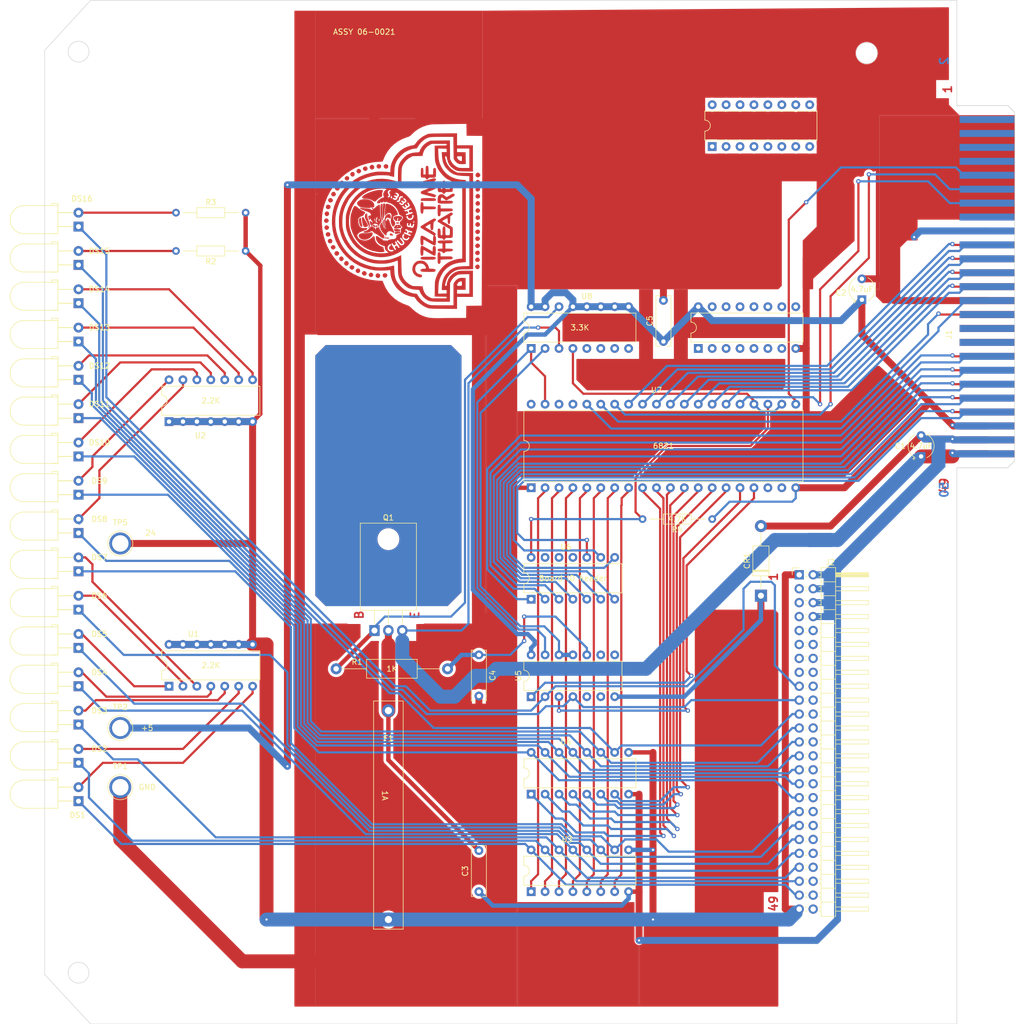
<source format=kicad_pcb>
(kicad_pcb (version 20221018) (generator pcbnew)
  (layers (0 "F.Cu" signal) (31 "B.Cu" signal) (34 "B.Paste" user) (35 "F.Paste" user) (36 "B.SilkS" user "B.Silkscreen") (37 "F.SilkS" user "F.Silkscreen") (38 "B.Mask" user) (39 "F.Mask" user) (44 "Edge.Cuts" user))
  (net 0 "")
  (net 6 "Net-(C4-Pad1)")
  (net 14 "aux1_AGC")
  (net 15 "aux2_AGC")
  (net 18 "unconnected-(U14-R3.1-Pad3)")
  (net 19 "GND")
  (net 22 "R2R_audio_AGC")
  (net 23 "BGOUT_AGC")
  (net 24 "R{slash}~{W}")
  (net 25 "~{MRST}")
  (net 26 "PHI2")
  (net 27 "-12V")
  (net 28 "12V")
  (net 29 "DBB0")
  (net 30 "DBB1")
  (net 31 "DBB2")
  (net 32 "DBB3")
  (net 33 "DBB4")
  (net 34 "DBB5")
  (net 35 "DBB6")
  (net 36 "DBB7")
  (net 37 "BA0")
  (net 38 "BA1")
  (net 39 "BA2")
  (net 40 "BA3")
  (net 41 "BS11")
  (net 42 "BS12")
  (net 43 "BS13")
  (net 44 "BS1")
  (net 45 "BS2")
  (net 46 "BS3")
  (net 47 "BS4")
  (net 48 "BS5")
  (net 49 "BS6")
  (net 50 "BS7")
  (net 51 "BS8")
  (net 52 "BS9")
  (net 53 "BS10")
  (net 54 "5V")
  (net 55 "24R")
  (net 56 "24V")
  (net 63 "Net-(DS1-A)")
  (net 64 "Net-(DS2-A)")
  (net 65 "Net-(DS3-A)")
  (net 66 "Net-(DS4-A)")
  (net 67 "Net-(DS5-A)")
  (net 68 "Net-(DS6-A)")
  (net 69 "Net-(DS7-A)")
  (net 70 "Net-(DS8-A)")
  (net 71 "Net-(DS9-A)")
  (net 72 "Net-(DS10-A)")
  (net 73 "Net-(DS11-A)")
  (net 74 "Net-(DS12-A)")
  (net 75 "Net-(DS13-A)")
  (net 76 "Net-(DS14-A)")
  (net 81 "PB6")
  (net 82 "PB7")
  (net 83 "CB2")
  (net 84 "CS")
  (net 85 "CA2")
  (net 86 "PA0")
  (net 87 "PA1")
  (net 88 "PA2")
  (net 89 "PA3")
  (net 90 "PA4")
  (net 91 "PA5")
  (net 92 "PA6")
  (net 93 "PA7")
  (net 94 "PB0")
  (net 95 "PB1")
  (net 96 "PB2")
  (net 97 "PB3")
  (net 98 "PB4")
  (net 99 "PB5")
  (net 100 "Net-(Q1-C)")
  (net 101 "24Vout")
  (net 102 "24Vpu")
  (net 103 "Net-(U6-Pin_14)")
  (net 104 "5Vpu")
  (net 105 "A0out")
  (net 106 "A1out")
  (net 107 "A2out")
  (net 108 "A3out")
  (net 109 "A4out")
  (net 110 "A5out")
  (net 111 "A6out")
  (net 112 "A7out")
  (net 113 "B0out")
  (net 114 "B1out")
  (net 115 "B2out")
  (net 116 "B3out")
  (net 117 "B4out")
  (net 118 "B5out")
  (net 131 "unconnected-(U16-R7.2-Pad10)")
  (net 138 "Net-(DS15-A)")
  (net 139 "Net-(DS16-A)")
  (net 140 "B6out")
  (net 141 "B7out")
  (footprint "Package_DIP:DIP-16_W7.62mm" (layer "F.Cu") (at 106.68 162.56 90)
    (fp_text reference "U3")
    (fp_text value "ULN2003A" hide)
  )
  (footprint "TestPoint:TestPoint_Plated_Hole_D3.0mm" (layer "F.Cu") (at 31.75 99.06)
    (fp_text reference "TP5")
    (fp_text value "24")
  )
  (footprint "TestPoint:TestPoint_Plated_Hole_D3.0mm" (layer "F.Cu") (at 31.75 132.715)
    (fp_text reference "TP2")
    (fp_text value "+5")
  )
  (footprint "Evan's parts:LED_D5.0mm_Horizontal_O3.81mm_Z15.0mm reversed" (layer "F.Cu") (at 24.13 129.54 -90)
    (fp_text reference "DS3")
    (fp_text value "LED")
  )
  (footprint "Package_DIP:DIP-14_W7.62mm" (layer "F.Cu") (at 106.68 109.22 90)
    (fp_text reference "U6")
    (fp_text value "Board ID header")
  )
  (footprint "Evan's parts:LED_D5.0mm_Horizontal_O3.81mm_Z15.0mm reversed" (layer "F.Cu") (at 24.13 66.675 -90)
    (fp_text reference "DS12")
    (fp_text value "LED")
  )
  (footprint "Connector_PinHeader_2.54mm:PinHeader_2x25_P2.54mm_Horizontal" (layer "F.Cu") (at 155.575 104.775)
    (fp_text reference "J2")
    (fp_text value "light connector")
  )
  (footprint "Capacitor_THT:C_Rect_L9.0mm_W2.5mm_P7.50mm_MKT" (layer "F.Cu") (at 97.155 119.38 -90)
    (fp_text reference "C4")
    (fp_text value "10nF")
  )
  (footprint "Evan's parts:CP_Radial_Tantal_D4mm_P3.81mm" (layer "F.Cu") (at 177.8 83.185 90)
    (fp_text reference "C1")
    (fp_text value "4.7uF")
  )
  (footprint "Package_DIP:DIP-16_W7.62mm" (layer "F.Cu") (at 139.7 26.67 90)
    (fp_text reference "U16" hide)
    (fp_text value "Unused DIP" hide)
  )
  (footprint "Package_DIP:DIP-14_W7.62mm" (layer "F.Cu") (at 40.64 76.835 90)
    (fp_text reference "U2")
    (fp_text value "2.2K")
  )
  (footprint "Evan's parts:LED_D5.0mm_Horizontal_O3.81mm_Z15.0mm reversed" (layer "F.Cu") (at 24.13 59.69 -90)
    (fp_text reference "DS13")
    (fp_text value "LED")
  )
  (footprint "Evan's parts:LED_D5.0mm_Horizontal_O3.81mm_Z15.0mm reversed" (layer "F.Cu") (at 24.13 87.63 -90)
    (fp_text reference "DS9")
    (fp_text value "LED")
  )
  (footprint "Package_DIP:DIP-16_W7.62mm" (layer "F.Cu") (at 106.68 63.5 90)
    (fp_text reference "U8")
    (fp_text value "3.3K")
  )
  (footprint "Resistor_THT:R_Axial_DIN0309_L9.0mm_D3.2mm_P20.32mm_Horizontal" (layer "F.Cu") (at 71.12 121.92)
    (fp_text reference "R1")
    (fp_text value "1K")
  )
  (footprint "Evan's parts:LED_D5.0mm_Horizontal_O3.81mm_Z15.0mm reversed" (layer "F.Cu") (at 24.13 45.72 -90)
    (fp_text reference "DS15")
    (fp_text value "LED")
  )
  (footprint "Capacitor_THT:C_Rect_L9.0mm_W2.5mm_P7.50mm_MKT" (layer "F.Cu") (at 97.155 162.56 90)
    (fp_text reference "C3")
    (fp_text value "10nF")
  )
  (footprint "Evan's parts:R_Axial_DIN0204_L3.6mm_D1.6mm_P12.7mm_Horizontal" (layer "F.Cu") (at 44.45 38.735)
    (fp_text reference "R3")
    (fp_text value "2.2K")
  )
  (footprint "Evan's parts:LED_D5.0mm_Horizontal_O3.81mm_Z15.0mm reversed" (layer "F.Cu") (at 24.13 115.57 -90)
    (fp_text reference "DS5")
    (fp_text value "LED")
  )
  (footprint "Package_DIP:DIP-40_W15.24mm" (layer "F.Cu") (at 106.68 88.9 90)
    (fp_text reference "U7")
    (fp_text value "6821")
  )
  (footprint "Evan's parts:LED_D5.0mm_Horizontal_O3.81mm_Z15.0mm reversed" (layer "F.Cu") (at 24.13 122.555 -90)
    (fp_text reference "DS4")
    (fp_text value "LED")
  )
  (footprint "Evan's parts:PTT white" (layer "F.Cu") (at 83.185 41.275 90)
    (fp_text reference "G***" hide)
    (fp_text value "LOGO" hide)
  )
  (footprint "Package_DIP:DIP-16_W7.62mm" (layer "F.Cu") (at 137.16 63.5 90)
    (fp_text reference "U14" hide)
    (fp_text value "Unused DIP" hide)
  )
  (footprint "Capacitor_THT:C_Rect_L9.0mm_W2.5mm_P7.50mm_MKT" (layer "F.Cu") (at 130.81 62.23 90)
    (fp_text reference "C5")
    (fp_text value "10nF")
  )
  (footprint "Package_DIP:DIP-16_W7.62mm" (layer "F.Cu") (at 106.68 144.78 90)
    (fp_text reference "U4")
    (fp_text value "ULN2003A" hide)
  )
  (footprint "Evan's parts:R_Axial_DIN0204_L3.6mm_D1.6mm_P12.7mm_Horizontal" (layer "F.Cu") (at 137.16 94.615 180)
    (fp_text reference "R4")
    (fp_text value "4.7K")
  )
  (footprint "Fuse:Fuseholder_Littelfuse_445_030_series_5x30mm" (layer "F.Cu") (at 80.645 129.54 -90)
    (fp_text reference "F1")
    (fp_text value "1A")
  )
  (footprint "Evan's parts:LED_D5.0mm_Horizontal_O3.81mm_Z15.0mm reversed" (layer "F.Cu") (at 24.13 80.645 -90)
    (fp_text reference "DS10")
    (fp_text value "LED")
  )
  (footprint "Evan's parts:CP_Radial_Tantal_D4mm_P3.81mm" (layer "F.Cu") (at 167.005 54.61 90)
    (fp_text reference "C2")
    (fp_text value "4.7uF")
  )
  (footprint "Evan's parts:LED_D5.0mm_Horizontal_O3.81mm_Z15.0mm reversed" (layer "F.Cu") (at 24.13 52.705 -90)
    (fp_text reference "DS14")
    (fp_text value "LED")
  )
  (footprint "Evan's parts:LED_D5.0mm_Horizontal_O3.81mm_Z15.0mm reversed" (layer "F.Cu") (at 24.13 73.66 -90)
    (fp_text reference "DS11")
    (fp_text value "LED")
  )
  (footprint "Evan's parts:LED_D5.0mm_Horizontal_O3.81mm_Z15.0mm reversed" (layer "F.Cu") (at 24.13 101.6 -90)
    (fp_text reference "DS7")
    (fp_text value "LED")
  )
  (footprint "TestPoint:TestPoint_Plated_Hole_D3.0mm" (layer "F.Cu") (at 31.75 143.51)
    (fp_text reference "TP1")
    (fp_text value "GND")
  )
  (footprint "Evan's parts:R_Axial_DIN0204_L3.6mm_D1.6mm_P12.7mm_Horizontal" (layer "F.Cu") (at 44.45 45.72)
    (fp_text reference "R2")
    (fp_text value "2.2K")
  )
  (footprint "Evan's parts:Chuck_E_Cheese_small_card_edge" (layer "F.Cu") (at 189.81 21.75 90)
    (fp_text reference "J1")
    (fp_text value "card edge")
    (fp_line (start -63.5 3.81) (end -63.5 -5.49) (stroke (width 0.12)) (layer "Edge.Cuts"))
    (fp_line (start -62.23 5.08) (end -63.5 3.81) (stroke (width 0.12)) (layer "Edge.Cuts"))
    (fp_line (start -62.23 5.08) (end 1.27 5.08) (stroke (width 0.12)) (layer "Edge.Cuts"))
    (fp_line (start 2.54 3.81) (end 1.27 5.08) (stroke (width 0.12)) (layer "Edge.Cuts"))
    (fp_line (start 2.54 3.81) (end 2.54 -5.49) (stroke (width 0.12)) (layer "Edge.Cuts"))
  )
  (footprint "Package_DIP:DIP-14_W7.62mm" (layer "F.Cu") (at 106.68 127 90)
    (fp_text reference "U5")
    (fp_text value "7406")
  )
  (footprint "Package_DIP:DIP-14_W7.62mm" (layer "F.Cu") (at 40.64 125.095 90)
    (fp_text reference "U1")
    (fp_text value "2.2K")
  )
  (footprint "Evan's parts:LED_D5.0mm_Horizontal_O3.81mm_Z15.0mm reversed" (layer "F.Cu") (at 24.13 143.51 -90)
    (fp_text reference "DS1")
    (fp_text value "LED")
  )
  (footprint "Diode_THT:D_DO-41_SOD81_P12.70mm_Horizontal" (layer "F.Cu") (at 148.59 108.585 90)
    (fp_text reference "CR1")
    (fp_text value "1N4001" hide)
  )
  (footprint "Evan's parts:LED_D5.0mm_Horizontal_O3.81mm_Z15.0mm reversed" (layer "F.Cu") (at 24.13 38.735 -90)
    (fp_text reference "DS16")
    (fp_text value "LED")
  )
  (footprint "Evan's parts:LED_D5.0mm_Horizontal_O3.81mm_Z15.0mm reversed" (layer "F.Cu") (at 24.13 136.525 -90)
    (fp_text reference "DS2")
    (fp_text value "LED")
  )
  (footprint "Evan's parts:LED_D5.0mm_Horizontal_O3.81mm_Z15.0mm reversed" (layer "F.Cu") (at 24.13 108.585 -90)
    (fp_text reference "DS6")
    (fp_text value "LED")
  )
  (footprint "Package_TO_SOT_THT:TO-220-3_Horizontal_TabDown" (layer "F.Cu") (at 78.105 114.935)
    (fp_text reference "Q1")
    (fp_text value "2N6125")
  )
  (footprint "Evan's parts:LED_D5.0mm_Horizontal_O3.81mm_Z15.0mm reversed" (layer "F.Cu") (at 24.13 94.615 -90)
    (fp_text reference "DS8")
    (fp_text value "LED")
  )
  (gr_line (start 26.34 0) (end 184.32 0) (stroke (width 0.1)) (layer "Edge.Cuts"))
  (gr_line (start 184.32 19.21) (end 184.32 0) (stroke (width 0.1)) (layer "Edge.Cuts"))
  (gr_line (start 184.32 85.25) (end 184.32 186.69) (stroke (width 0.1)) (layer "Edge.Cuts"))
  (gr_line (start 17.95 177.66) (end 26.34 186.69) (stroke (width 0.1)) (layer "Edge.Cuts"))
  (gr_line (start 17.95 177.66) (end 17.95 9.14) (stroke (width 0.1)) (layer "Edge.Cuts"))
  (gr_circle (center 24.14 9.36) (end 26.04 9.36) (stroke (width 0.1)) (fill none) (layer "Edge.Cuts"))
  (gr_circle (center 24.14 177.33) (end 26.04 177.33) (stroke (width 0.1)) (fill none) (layer "Edge.Cuts"))
  (gr_circle (center 167.88 9.63) (end 169.85 9.63) (stroke (width 0.1)) (fill none) (layer "Edge.Cuts"))
  (gr_line (start 184.32 186.69) (end 26.34 186.69) (stroke (width 0.1)) (layer "Edge.Cuts"))
  (gr_line (start 17.95 9.14) (end 26.34 0) (stroke (width 0.1)) (layer "Edge.Cuts"))
  (gr_text "1" (at 151.765 106.045 90) (layer "F.Cu") (effects (font (size 1.5 1.5) (thickness 0.3) bold) (justify left bottom)))
  (gr_text "E" (at 86.36 113.03 90) (layer "F.Cu") (effects (font (size 1.5 1.5) (thickness 0.3) bold) (justify left bottom)))
  (gr_text "49" (at 151.765 166.37 90) (layer "F.Cu") (effects (font (size 1.5 1.5) (thickness 0.3) bold) (justify left bottom)))
  (gr_text "B" (at 76.2 113.03 90) (layer "F.Cu") (effects (font (size 1.5 1.5) (thickness 0.3) bold) (justify left bottom)))
  (gr_text "1" (at 183.515 17.145 90) (layer "F.Cu") (effects (font (size 1.5 1.5) (thickness 0.3) bold) (justify left bottom)))
  (gr_text "49" (at 182.88 90.17 90) (layer "F.Cu") (effects (font (size 1.5 1.5) (thickness 0.3) bold) (justify left bottom)))
  (gr_text "50" (at 182.88 87.63 90) (layer "B.Cu") (effects (font (size 1.5 1.5) (thickness 0.3) bold) (justify left bottom mirror)))
  (gr_text "2" (at 182.88 10.16 90) (layer "B.Cu") (effects (font (size 1.5 1.5) (thickness 0.3) bold) (justify left bottom mirror)))
  (gr_text "ASSY 06-0021" (at 70.485 6.35) (layer "F.SilkS") (effects (font (size 1 1)) (justify left bottom)))
  (segment (start 105.41 116.84) (end 105.41 112.395) (width 0.4) (layer "F.Cu") (net 6))
  (via (at 105.41 112.395) (size 0.8) (drill 0.4) (layers "F.Cu" "B.Cu") (net 6))
  (via (at 105.41 116.84) (size 0.8) (drill 0.4) (layers "F.Cu" "B.Cu") (net 6))
  (segment (start 105.41 112.395) (end 111.125 112.395) (width 0.4) (layer "B.Cu") (net 6))
  (segment (start 97.155 119.38) (end 102.87 119.38) (width 0.4) (layer "B.Cu") (net 6))
  (segment (start 91.44 121.92) (end 93.98 119.38) (width 0.8) (layer "B.Cu") (net 6))
  (segment (start 93.98 119.38) (end 97.155 119.38) (width 0.8) (layer "B.Cu") (net 6))
  (segment (start 102.87 119.38) (end 105.41 116.84) (width 0.4) (layer "B.Cu") (net 6))
  (segment (start 111.125 112.395) (end 116.84 118.11) (width 0.4) (layer "B.Cu") (net 6))
  (segment (start 116.84 118.11) (end 116.84 119.38) (width 0.4) (layer "B.Cu") (net 6))
  (segment (start 142.24 63.5) (end 142.24 64.135) (width 0.4) (layer "F.Cu") (net 18))
  (segment (start 189.81 21.75) (end 183.675 21.75) (width 0.4) (layer "F.Cu") (net 19))
  (segment (start 154.94 63.5) (end 156.845 63.5) (width 1.27) (layer "F.Cu") (net 19))
  (segment (start 53.975 175.26) (end 73.66 175.26) (width 2.54) (layer "F.Cu") (net 19))
  (segment (start 79.411484 20.283516) (end 76.798516 22.896484) (width 1.27) (layer "F.Cu") (net 19))
  (segment (start 156.845 63.5) (end 156.845 52.07) (width 1.27) (layer "F.Cu") (net 19))
  (segment (start 189.81 26.83) (end 183.675 26.83) (width 0.4) (layer "F.Cu") (net 19))
  (segment (start 103.41 29.21) (end 98.257032 24.057032) (width 1.27) (layer "F.Cu") (net 19))
  (segment (start 189.81 24.29) (end 183.675 24.29) (width 0.4) (layer "F.Cu") (net 19))
  (segment (start 183.675 24.29) (end 183.515 24.13) (width 0.4) (layer "F.Cu") (net 19))
  (segment (start 148.59 108.585) (end 148.59 114.3) (width 1.27) (layer "F.Cu") (net 19))
  (segment (start 189.81 54.77) (end 172.88 54.77) (width 1.27) (layer "F.Cu") (net 19))
  (segment (start 78.105 28.575) (end 78.105 24.202968) (width 0.25) (layer "F.Cu") (net 19))
  (segment (start 189.81 29.37) (end 183.675 29.37) (width 0.4) (layer "F.Cu") (net 19))
  (segment (start 156.845 63.5) (end 156.845 78.105) (width 1.27) (layer "F.Cu") (net 19))
  (segment (start 106.68 88.9) (end 101.6 88.9) (width 0.8) (layer "F.Cu") (net 19))
  (segment (start 31.75 153.035) (end 53.975 175.26) (width 2.54) (layer "F.Cu") (net 19))
  (segment (start 183.675 26.83) (end 183.515 26.67) (width 0.4) (layer "F.Cu") (net 19))
  (segment (start 183.675 21.75) (end 183.515 21.59) (width 0.4) (layer "F.Cu") (net 19))
  (segment (start 97.155 126.88) (end 97.155 129.54) (width 1.27) (layer "F.Cu") (net 19))
  (segment (start 156.845 52.07) (end 156.845 46.99) (width 1.27) (layer "F.Cu") (net 19))
  (segment (start 167.005 50.8) (end 171.45 50.8) (width 1.27) (layer "F.Cu") (net 19))
  (segment (start 183.675 29.37) (end 183.515 29.21) (width 0.4) (layer "F.Cu") (net 19))
  (segment (start 130.81 54.73) (end 130.81 51.435) (width 1.27) (layer "F.Cu") (net 19))
  (segment (start 31.75 143.51) (end 31.75 153.035) (width 2.54) (layer "F.Cu") (net 19))
  (segment (start 78.105 24.202968) (end 76.798516 22.896484) (width 0.25) (layer "F.Cu") (net 19))
  (via (at 176.53 43.18) (size 0.8) (drill 0.4) (layers "F.Cu" "B.Cu") (net 19))
  (segment (start 177.64 42.07) (end 176.53 43.18) (width 1.27) (layer "B.Cu") (net 19))
  (segment (start 148.59 113.03) (end 148.59 108.585) (width 0.8) (layer "B.Cu") (net 19))
  (segment (start 189.81 42.07) (end 177.64 42.07) (width 1.27) (layer "B.Cu") (net 19))
  (segment (start 121.92 127) (end 134.62 127) (width 0.8) (layer "B.Cu") (net 19))
  (segment (start 134.62 127) (end 148.59 113.03) (width 0.8) (layer "B.Cu") (net 19))
  (segment (start 154.94 73.025) (end 154.94 73.66) (width 0.4) (layer "F.Cu") (net 24))
  (segment (start 153.67 71.755) (end 154.94 73.025) (width 0.4) (layer "F.Cu") (net 24))
  (segment (start 156.845 36.83) (end 153.67 40.005) (width 0.4) (layer "F.Cu") (net 24))
  (segment (start 153.67 40.005) (end 153.67 71.755) (width 0.4) (layer "F.Cu") (net 24))
  (via (at 156.845 36.83) (size 0.8) (drill 0.4) (layers "F.Cu" "B.Cu") (net 24))
  (segment (start 163.195 30.48) (end 184.15 30.48) (width 0.4) (layer "B.Cu") (net 24))
  (segment (start 185.58 31.91) (end 189.81 31.91) (width 0.4) (layer "B.Cu") (net 24))
  (segment (start 184.15 30.48) (end 185.58 31.91) (width 0.4) (layer "B.Cu") (net 24))
  (segment (start 156.845 36.83) (end 163.195 30.48) (width 0.4) (layer "B.Cu") (net 24))
  (segment (start 168.275 31.75) (end 168.275 46.99) (width 0.4) (layer "F.Cu") (net 25))
  (segment (start 168.275 46.99) (end 161.29 53.975) (width 0.4) (layer "F.Cu") (net 25))
  (segment (start 161.29 73.66) (end 161.29 53.975) (width 0.4) (layer "F.Cu") (net 25))
  (via (at 161.29 73.66) (size 0.8) (drill 0.4) (layers "F.Cu" "B.Cu") (net 25))
  (via (at 168.275 31.75) (size 0.8) (drill 0.4) (layers "F.Cu" "B.Cu") (net 25))
  (segment (start 159.385 75.565) (end 161.29 73.66) (width 0.4) (layer "B.Cu") (net 25))
  (segment (start 180.34 31.75) (end 168.275 31.75) (width 0.4) (layer "B.Cu") (net 25))
  (segment (start 121.92 73.66) (end 123.825 75.565) (width 0.4) (layer "B.Cu") (net 25))
  (segment (start 189.81 34.45) (end 183.04 34.45) (width 0.4) (layer "B.Cu") (net 25))
  (segment (start 183.04 34.45) (end 180.34 31.75) (width 0.4) (layer "B.Cu") (net 25))
  (segment (start 123.825 75.565) (end 159.385 75.565) (width 0.4) (layer "B.Cu") (net 25))
  (segment (start 159.385 52.705) (end 159.385 73.66) (width 0.4) (layer "F.Cu") (net 26))
  (segment (start 166.37 45.72) (end 159.385 52.705) (width 0.4) (layer "F.Cu") (net 26))
  (segment (start 166.37 33.02) (end 166.37 45.72) (width 0.4) (layer "F.Cu") (net 26))
  (via (at 166.37 33.02) (size 0.8) (drill 0.4) (layers "F.Cu" "B.Cu") (net 26))
  (via (at 159.385 73.66) (size 0.8) (drill 0.4) (layers "F.Cu" "B.Cu") (net 26))
  (segment (start 189.81 36.99) (end 183.04 36.99) (width 0.4) (layer "B.Cu") (net 26))
  (segment (start 144.78 73.66) (end 146.05 72.39) (width 0.4) (layer "B.Cu") (net 26))
  (segment (start 183.04 36.99) (end 179.07 33.02) (width 0.4) (layer "B.Cu") (net 26))
  (segment (start 146.05 72.39) (end 158.115 72.39) (width 0.4) (layer "B.Cu") (net 26))
  (segment (start 179.07 33.02) (end 166.37 33.02) (width 0.4) (layer "B.Cu") (net 26))
  (segment (start 158.115 72.39) (end 159.385 73.66) (width 0.4) (layer "B.Cu") (net 26))
  (segment (start 183.675 44.61) (end 183.515 44.45) (width 0.4) (layer "F.Cu") (net 29))
  (segment (start 189.81 44.61) (end 183.675 44.61) (width 0.4) (layer "F.Cu") (net 29))
  (via (at 183.515 44.45) (size 0.8) (drill 0.4) (layers "F.Cu" "B.Cu") (net 29))
  (segment (start 131.445 66.675) (end 124.46 73.66) (width 0.4) (layer "B.Cu") (net 29))
  (segment (start 182.88 44.45) (end 160.655 66.675) (width 0.4) (layer "B.Cu") (net 29))
  (segment (start 160.655 66.675) (end 131.445 66.675) (width 0.4) (layer "B.Cu") (net 29))
  (segment (start 183.515 44.45) (end 182.88 44.45) (width 0.4) (layer "B.Cu") (net 29))
  (segment (start 133.35 67.31) (end 127 73.66) (width 0.4) (layer "B.Cu") (net 30))
  (segment (start 185.895 44.61) (end 184.785 45.72) (width 0.4) (layer "B.Cu") (net 30))
  (segment (start 189.81 44.61) (end 185.895 44.61) (width 0.4) (layer "B.Cu") (net 30))
  (segment (start 184.785 45.72) (end 182.88 45.72) (width 0.4) (layer "B.Cu") (net 30))
  (segment (start 161.29 67.31) (end 133.35 67.31) (width 0.4) (layer "B.Cu") (net 30))
  (segment (start 182.88 45.72) (end 161.29 67.31) (width 0.4) (layer "B.Cu") (net 30))
  (segment (start 183.675 47.15) (end 183.515 46.99) (width 0.4) (layer "F.Cu") (net 31))
  (segment (start 189.81 47.15) (end 183.675 47.15) (width 0.4) (layer "F.Cu") (net 31))
  (via (at 183.515 46.99) (size 0.8) (drill 0.4) (layers "F.Cu" "B.Cu") (net 31))
  (segment (start 135.255 67.945) (end 129.54 73.66) (width 0.4) (layer "B.Cu") (net 31))
  (segment (start 182.88 46.99) (end 161.925 67.945) (width 0.4) (layer "B.Cu") (net 31))
  (segment (start 161.925 67.945) (end 135.255 67.945) (width 0.4) (layer "B.Cu") (net 31))
  (segment (start 183.515 46.99) (end 182.88 46.99) (width 0.4) (layer "B.Cu") (net 31))
  (segment (start 184.785 48.26) (end 182.88 48.26) (width 0.4) (layer "B.Cu") (net 32))
  (segment (start 162.525 68.615) (end 137.125 68.615) (width 0.4) (layer "B.Cu") (net 32))
  (segment (start 185.895 47.15) (end 184.785 48.26) (width 0.4) (layer "B.Cu") (net 32))
  (segment (start 189.81 47.15) (end 185.895 47.15) (width 0.4) (layer "B.Cu") (net 32))
  (segment (start 182.88 48.26) (end 162.525 68.615) (width 0.4) (layer "B.Cu") (net 32))
  (segment (start 137.125 68.615) (end 132.08 73.66) (width 0.4) (layer "B.Cu") (net 32))
  (segment (start 183.675 49.69) (end 183.515 49.53) (width 0.4) (layer "F.Cu") (net 33))
  (segment (start 189.81 49.69) (end 183.675 49.69) (width 0.4) (layer "F.Cu") (net 33))
  (via (at 183.515 49.53) (size 0.8) (drill 0.4) (layers "F.Cu" "B.Cu") (net 33))
  (segment (start 163.195 69.215) (end 139.065 69.215) (width 0.4) (layer "B.Cu") (net 33))
  (segment (start 183.515 49.53) (end 182.88 49.53) (width 0.4) (layer "B.Cu") (net 33))
  (segment (start 182.88 49.53) (end 163.195 69.215) (width 0.4) (layer "B.Cu") (net 33))
  (segment (start 139.065 69.215) (end 134.62 73.66) (width 0.4) (layer "B.Cu") (net 33))
  (segment (start 189.81 49.69) (end 185.895 49.69) (width 0.4) (layer "B.Cu") (net 34))
  (segment (start 185.895 49.69) (end 184.785 50.8) (width 0.4) (layer "B.Cu") (net 34))
  (segment (start 140.97 69.85) (end 137.16 73.66) (width 0.4) (layer "B.Cu") (net 34))
  (segment (start 163.83 69.85) (end 140.97 69.85) (width 0.4) (layer "B.Cu") (net 34))
  (segment (start 182.88 50.8) (end 163.83 69.85) (width 0.4) (layer "B.Cu") (net 34))
  (segment (start 184.785 50.8) (end 182.88 50.8) (width 0.4) (layer "B.Cu") (net 34))
  (segment (start 189.81 52.23) (end 183.675 52.23) (width 0.4) (layer "F.Cu") (net 35))
  (segment (start 183.675 52.23) (end 183.515 52.07) (width 0.4) (layer "F.Cu") (net 35))
  (via (at 183.515 52.07) (size 0.8) (drill 0.4) (layers "F.Cu" "B.Cu") (net 35))
  (segment (start 142.875 70.485) (end 139.7 73.66) (width 0.4) (layer "B.Cu") (net 35))
  (segment (start 183.515 52.07) (end 182.88 52.07) (width 0.4) (layer "B.Cu") (net 35))
  (segment (start 164.465 70.485) (end 142.875 70.485) (width 0.4) (layer "B.Cu") (net 35))
  (segment (start 182.88 52.07) (end 164.465 70.485) (width 0.4) (layer "B.Cu") (net 35))
  (segment (start 185.895 52.23) (end 184.785 53.34) (width 0.4) (layer "B.Cu") (net 36))
  (segment (start 165.1 71.12) (end 144.78 71.12) (width 0.4) (layer "B.Cu") (net 36))
  (segment (start 184.785 53.34) (end 182.88 53.34) (width 0.4) (layer "B.Cu") (net 36))
  (segment (start 182.88 53.34) (end 165.1 71.12) (width 0.4) (layer "B.Cu") (net 36))
  (segment (start 144.78 71.12) (end 142.24 73.66) (width 0.4) (layer "B.Cu") (net 36))
  (segment (start 189.81 52.23) (end 185.895 52.23) (width 0.4) (layer "B.Cu") (net 36))
  (segment (start 121.285 78.105) (end 116.84 73.66) (width 0.4) (layer "B.Cu") (net 37))
  (segment (start 180.975 59.69) (end 180.975 60.325) (width 0.4) (layer "B.Cu") (net 37))
  (segment (start 185.26 55.405) (end 180.975 59.69) (width 0.4) (layer "B.Cu") (net 37))
  (segment (start 189.81 54.77) (end 185.26 54.77) (width 0.4) (layer "B.Cu") (net 37))
  (segment (start 180.975 60.325) (end 163.195 78.105) (width 0.4) (layer "B.Cu") (net 37))
  (segment (start 163.195 78.105) (end 121.285 78.105) (width 0.4) (layer "B.Cu") (net 37))
  (segment (start 185.26 54.77) (end 185.26 55.405) (width 0.4) (layer "B.Cu") (net 37))
  (segment (start 180.975 57.15) (end 181.135 57.31) (width 0.4) (layer "F.Cu") (net 38))
  (segment (start 181.135 57.31) (end 189.81 57.31) (width 0.4) (layer "F.Cu") (net 38))
  (via (at 180.975 57.15) (size 0.8) (drill 0.4) (layers "F.Cu" "B.Cu") (net 38))
  (segment (start 179.07 59.055) (end 180.975 57.15) (width 0.4) (layer "B.Cu") (net 38))
  (segment (start 122.555 76.835) (end 163.195 76.835) (width 0.4) (layer "B.Cu") (net 38))
  (segment (start 179.07 60.96) (end 179.07 59.055) (width 0.4) (layer "B.Cu") (net 38))
  (segment (start 119.38 73.66) (end 122.555 76.835) (width 0.4) (layer "B.Cu") (net 38))
  (segment (start 163.195 76.835) (end 179.07 60.96) (width 0.4) (layer "B.Cu") (net 38))
  (segment (start 189.81 64.93) (end 183.675 64.93) (width 0.4) (layer "F.Cu") (net 44))
  (segment (start 183.675 64.93) (end 183.515 64.77) (width 0.4) (layer "F.Cu") (net 44))
  (via (at 183.515 64.77) (size 0.8) (drill 0.4) (layers "F.Cu" "B.Cu") (net 44))
  (segment (start 104.14 109.22) (end 98.67 103.75) (width 0.4) (layer "B.Cu") (net 44))
  (segment (start 98.67 85.48) (end 104.775 79.375) (width 0.4) (layer "B.Cu") (net 44))
  (segment (start 104.775 79.375) (end 163.195 79.375) (width 0.4) (layer "B.Cu") (net 44))
  (segment (start 98.67 103.75) (end 98.67 85.48) (width 0.4) (layer "B.Cu") (net 44))
  (segment (start 163.195 79.375) (end 177.8 64.77) (width 0.4) (layer "B.Cu") (net 44))
  (segment (start 106.68 109.22) (end 104.14 109.22) (width 0.4) (layer "B.Cu") (net 44))
  (segment (start 177.8 64.77) (end 183.515 64.77) (width 0.4) (layer "B.Cu") (net 44))
  (segment (start 163.195 80.645) (end 177.8 66.04) (width 0.4) (layer "B.Cu") (net 45))
  (segment (start 107.315 107.315) (end 103.505 107.315) (width 0.4) (layer "B.Cu") (net 45))
  (segment (start 99.27 103.08) (end 99.27 86.15) (width 0.4) (layer "B.Cu") (net 45))
  (segment (start 99.27 86.15) (end 104.775 80.645) (width 0.4) (layer "B.Cu") (net 45))
  (segment (start 185.895 64.93) (end 189.81 64.93) (width 0.4) (layer "B.Cu") (net 45))
  (segment (start 177.8 66.04) (end 184.785 66.04) (width 0.4) (layer "B.Cu") (net 45))
  (segment (start 109.22 109.22) (end 107.315 107.315) (width 0.4) (layer "B.Cu") (net 45))
  (segment (start 103.505 107.315) (end 99.27 103.08) (width 0.4) (layer "B.Cu") (net 45))
  (segment (start 104.775 80.645) (end 163.195 80.645) (width 0.4) (layer "B.Cu") (net 45))
  (segment (start 184.785 66.04) (end 185.895 64.93) (width 0.4) (layer "B.Cu") (net 45))
  (segment (start 183.675 67.47) (end 183.515 67.31) (width 0.4) (layer "F.Cu") (net 46))
  (segment (start 189.81 67.47) (end 183.675 67.47) (width 0.4) (layer "F.Cu") (net 46))
  (via (at 183.515 67.31) (size 0.8) (drill 0.4) (layers "F.Cu" "B.Cu") (net 46))
  (segment (start 111.76 109.22) (end 109.22 106.68) (width 0.4) (layer "B.Cu") (net 46))
  (segment (start 99.87 86.82) (end 104.775 81.915) (width 0.4) (layer "B.Cu") (net 46))
  (segment (start 104.14 106.68) (end 99.87 102.41) (width 0.4) (layer "B.Cu") (net 46))
  (segment (start 163.195 81.915) (end 177.8 67.31) (width 0.4) (layer "B.Cu") (net 46))
  (segment (start 99.87 102.41) (end 99.87 86.82) (width 0.4) (layer "B.Cu") (net 46))
  (segment (start 177.8 67.31) (end 183.515 67.31) (width 0.4) (layer "B.Cu") (net 46))
  (segment (start 104.775 81.915) (end 163.195 81.915) (width 0.4) (layer "B.Cu") (net 46))
  (segment (start 109.22 106.68) (end 104.14 106.68) (width 0.4) (layer "B.Cu") (net 46))
  (segment (start 189.81 67.47) (end 185.895 67.47) (width 0.4) (layer "B.Cu") (net 47))
  (segment (start 184.785 68.58) (end 177.8 68.58) (width 0.4) (layer "B.Cu") (net 47))
  (segment (start 111.125 106.045) (end 114.3 109.22) (width 0.4) (layer "B.Cu") (net 47))
  (segment (start 100.47 101.959112) (end 104.555888 106.045) (width 0.4) (layer "B.Cu") (net 47))
  (segment (start 100.47 87.478832) (end 100.47 101.959112) (width 0.4) (layer "B.Cu") (net 47))
  (segment (start 104.775 83.185) (end 104.035 83.925) (width 0.4) (layer "B.Cu") (net 47))
  (segment (start 177.8 68.58) (end 163.195 83.185) (width 0.4) (layer "B.Cu") (net 47))
  (segment (start 104.023832 83.925) (end 100.47 87.478832) (width 0.4) (layer "B.Cu") (net 47))
  (segment (start 185.895 67.47) (end 184.785 68.58) (width 0.4) (layer "B.Cu") (net 47))
  (segment (start 163.195 83.185) (end 104.775 83.185) (width 0.4) (layer "B.Cu") (net 47))
  (segment (start 104.035 83.925) (end 104.023832 83.925) (width 0.4) (layer "B.Cu") (net 47))
  (segment (start 104.555888 106.045) (end 111.125 106.045) (width 0.4) (layer "B.Cu") (net 47))
  (segment (start 189.81 70.01) (end 183.675 70.01) (width 0.4) (layer "F.Cu") (net 48))
  (segment (start 183.675 70.01) (end 183.515 69.85) (width 0.4) (layer "F.Cu") (net 48))
  (via (at 183.515 69.85) (size 0.8) (drill 0.4) (layers "F.Cu" "B.Cu") (net 48))
  (segment (start 104.769416 105.41) (end 113.03 105.41) (width 0.4) (layer "B.Cu") (net 48))
  (segment (start 101.07 101.710584) (end 104.769416 105.41) (width 0.4) (layer "B.Cu") (net 48))
  (segment (start 183.515 69.85) (end 177.8 69.85) (width 0.4) (layer "B.Cu") (net 48))
  (segment (start 113.03 105.41) (end 116.84 109.22) (width 0.4) (layer "B.Cu") (net 48))
  (segment (start 163.125 84.525) (end 104.27236 84.525) (width 0.4) (layer "B.Cu") (net 48))
  (segment (start 101.07 87.72736) (end 101.07 101.710584) (width 0.4) (layer "B.Cu") (net 48))
  (segment (start 177.8 69.85) (end 163.125 84.525) (width 0.4) (layer "B.Cu") (net 48))
  (segment (start 104.27236 84.525) (end 101.07 87.72736) (width 0.4) (layer "B.Cu") (net 48))
  (segment (start 184.785 71.12) (end 177.8 71.12) (width 0.4) (layer "B.Cu") (net 49))
  (segment (start 189.81 70.01) (end 185.895 70.01) (width 0.4) (layer "B.Cu") (net 49))
  (segment (start 163.83 85.09) (end 163.83 85.125) (width 0.4) (layer "B.Cu") (net 49))
  (segment (start 114.935 104.775) (end 119.38 109.22) (width 0.4) (layer "B.Cu") (net 49))
  (segment (start 104.982944 104.775) (end 114.935 104.775) (width 0.4) (layer "B.Cu") (net 49))
  (segment (start 101.67 87.975888) (end 101.67 101.462056) (width 0.4) (layer "B.Cu") (net 49))
  (segment (start 104.520888 85.125) (end 101.67 87.975888) (width 0.4) (layer "B.Cu") (net 49))
  (segment (start 177.8 71.12) (end 163.83 85.09) (width 0.4) (layer "B.Cu") (net 49))
  (segment (start 163.83 85.125) (end 104.520888 85.125) (width 0.4) (layer "B.Cu") (net 49))
  (segment (start 101.67 101.462056) (end 104.982944 104.775) (width 0.4) (layer "B.Cu") (net 49))
  (segment (start 185.895 70.01) (end 184.785 71.12) (width 0.4) (layer "B.Cu") (net 49))
  (segment (start 189.81 72.55) (end 183.675 72.55) (width 0.4) (layer "F.Cu") (net 50))
  (segment (start 183.675 72.55) (end 183.515 72.39) (width 0.4) (layer "F.Cu") (net 50))
  (via (at 183.515 72.39) (size 0.8) (drill 0.4) (layers "F.Cu" "B.Cu") (net 50))
  (segment (start 183.515 72.39) (end 177.8 72.39) (width 0.4) (layer "B.Cu") (net 50))
  (segment (start 164.465 85.725) (end 104.769416 85.725) (width 0.4) (layer "B.Cu") (net 50))
  (segment (start 177.8 72.39) (end 164.465 85.725) (width 0.4) (layer "B.Cu") (net 50))
  (segment (start 104.769416 85.725) (end 102.27 88.224416) (width 0.4) (layer "B.Cu") (net 50))
  (segment (start 102.27 101.213528) (end 105.196472 104.14) (width 0.4) (layer "B.Cu") (net 50))
  (segment (start 102.27 88.224416) (end 102.27 101.213528) (width 0.4) (layer "B.Cu") (net 50))
  (segment (start 105.196472 104.14) (end 116.84 104.14) (width 0.4) (layer "B.Cu") (net 50))
  (segment (start 116.84 104.14) (end 121.92 109.22) (width 0.4) (layer "B.Cu") (net 50))
  (segment (start 189.81 72.55) (end 185.895 72.55) (width 0.4) (layer "B.Cu") (net 51))
  (segment (start 120.015 103.505) (end 121.92 101.6) (width 0.4) (layer "B.Cu") (net 51))
  (segment (start 185.895 72.55) (end 184.785 73.66) (width 0.4) (layer "B.Cu") (net 51))
  (segment (start 102.87 100.965) (end 105.41 103.505) (width 0.4) (layer "B.Cu") (net 51))
  (segment (start 104.912944 86.43) (end 102.87 88.472944) (width 0.4) (layer "B.Cu") (net 51))
  (segment (start 184.785 73.66) (end 177.8 73.66) (width 0.4) (layer "B.Cu") (net 51))
  (segment (start 165.03 86.43) (end 104.912944 86.43) (width 0.4) (layer "B.Cu") (net 51))
  (segment (start 177.8 73.66) (end 165.03 86.43) (width 0.4) (layer "B.Cu") (net 51))
  (segment (start 102.87 88.472944) (end 102.87 100.965) (width 0.4) (layer "B.Cu") (net 51))
  (segment (start 105.41 103.505) (end 120.015 103.505) (width 0.4) (layer "B.Cu") (net 51))
  (segment (start 183.675 75.09) (end 183.515 74.93) (width 0.4) (layer "F.Cu") (net 52))
  (segment (start 189.81 75.09) (end 183.675 75.09) (width 0.4) (layer "F.Cu") (net 52))
  (via (at 183.515 74.93) (size 0.8) (drill 0.4) (layers "F.Cu" "B.Cu") (net 52))
  (segment (start 105.161472 87.03) (end 103.505 88.686472) (width 0.4) (layer "B.Cu") (net 52))
  (segment (start 165.7 87.03) (end 105.161472 87.03) (width 0.4) (layer "B.Cu") (net 52))
  (segment (start 103.505 98.425) (end 105.41 100.33) (width 0.4) (layer "B.Cu") (net 52))
  (segment (start 105.41 100.33) (end 118.11 100.33) (width 0.4) (layer "B.Cu") (net 52))
  (segment (start 118.11 100.33) (end 119.38 101.6) (width 0.4) (layer "B.Cu") (net 52))
  (segment (start 177.8 74.93) (end 165.7 87.03) (width 0.4) (layer "B.Cu") (net 52))
  (segment (start 183.515 74.93) (end 177.8 74.93) (width 0.4) (layer "B.Cu") (net 52))
  (segment (start 103.505 88.686472) (end 103.505 98.425) (width 0.4) (layer "B.Cu") (net 52))
  (segment (start 116.84 98.425) (end 116.84 101.6) (width 0.4) (layer "F.Cu") (net 53))
  (via (at 116.84 98.425) (size 0.8) (drill 0.4) (layers "F.Cu" "B.Cu") (net 53))
  (segment (start 185.895 75.09) (end 184.785 76.2) (width 0.4) (layer "B.Cu") (net 53))
  (segment (start 104.14 88.9) (end 104.14 97.155) (width 0.4) (layer "B.Cu") (net 53))
  (segment (start 105.41 98.425) (end 116.84 98.425) (width 0.4) (layer "B.Cu") (net 53))
  (segment (start 177.8 76.2) (end 166.37 87.63) (width 0.4) (layer "B.Cu") (net 53))
  (segment (start 166.37 87.63) (end 105.41 87.63) (width 0.4) (layer "B.Cu") (net 53))
  (segment (start 104.14 97.155) (end 105.41 98.425) (width 0.4) (layer "B.Cu") (net 53))
  (segment (start 105.41 87.63) (end 104.14 88.9) (width 0.4) (layer "B.Cu") (net 53))
  (segment (start 184.785 76.2) (end 177.8 76.2) (width 0.4) (layer "B.Cu") (net 53))
  (segment (start 189.81 75.09) (end 185.895 75.09) (width 0.4) (layer "B.Cu") (net 53))
  (segment (start 183.515 77.47) (end 183.675 77.63) (width 1.27) (layer "F.Cu") (net 54))
  (segment (start 167.005 60.96) (end 167.005 57.785) (width 1.27) (layer "F.Cu") (net 54))
  (segment (start 167.005 57.785) (end 167.005 54.61) (width 1.27) (layer "F.Cu") (net 54))
  (segment (start 183.515 77.47) (end 179.3875 73.3425) (width 1.27) (layer "F.Cu") (net 54))
  (segment (start 189.81 77.63) (end 183.675 77.63) (width 1.27) (layer "F.Cu") (net 54))
  (segment (start 179.3875 73.3425) (end 167.005 60.96) (width 1.27) (layer "F.Cu") (net 54))
  (segment (start 62.23 33.655) (end 62.23 139.7) (width 1.27) (layer "F.Cu") (net 54))
  (segment (start 163.83 88.9) (end 179.3875 73.3425) (width 1.27) (layer "F.Cu") (net 54))
  (segment (start 154.94 88.9) (end 163.83 88.9) (width 1.27) (layer "F.Cu") (net 54))
  (via (at 62.23 33.655) (size 0.8) (drill 0.4) (layers "F.Cu" "B.Cu") (net 54))
  (via (at 62.23 139.7) (size 0.8) (drill 0.4) (layers "F.Cu" "B.Cu") (net 54))
  (via (at 183.515 77.47) (size 0.8) (drill 0.4) (layers "F.Cu" "B.Cu") (net 54))
  (segment (start 110.49 53.34) (end 109.22 54.61) (width 1.27) (layer "B.Cu") (net 54))
  (segment (start 113.03 53.34) (end 110.49 53.34) (width 1.27) (layer "B.Cu") (net 54))
  (segment (start 104.14 33.655) (end 106.68 36.195) (width 1.27) (layer "B.Cu") (net 54))
  (segment (start 106.045 60.96) (end 96.05 70.955) (width 0.8) (layer "B.Cu") (net 54))
  (segment (start 106.68 118.11) (end 106.68 119.38) (width 0.8) (layer "B.Cu") (net 54))
  (segment (start 130.81 62.23) (end 124.46 55.88) (width 1.27) (layer "B.Cu") (net 54))
  (segment (start 163.195 58.42) (end 167.005 54.61) (width 1.27) (layer "B.Cu") (net 54))
  (segment (start 107.315 117.475) (end 106.68 118.11) (width 0.8) (layer "B.Cu") (net 54))
  (segment (start 106.68 36.195) (end 106.68 55.88) (width 1.27) (layer "B.Cu") (net 54))
  (segment (start 142.875 91.44) (end 154.305 91.44) (width 0.4) (layer "B.Cu") (net 54))
  (segment (start 124.46 55.88) (end 114.3 55.88) (width 1.27) (layer "B.Cu") (net 54))
  (segment (start 104.14 115.57) (end 106.045 115.57) (width 0.8) (layer "B.Cu") (net 54))
  (segment (start 189.81 77.63) (end 184.31 77.63) (width 1.27) (layer "B.Cu") (net 54))
  (segment (start 96.05 107.48) (end 104.14 115.57) (width 0.8) (layer "B.Cu") (net 54))
  (segment (start 109.22 54.61) (end 109.22 55.88) (width 1.27) (layer "B.Cu") (net 54))
  (segment (start 106.045 115.57) (end 107.315 116.84) (width 0.8) (layer "B.Cu") (net 54))
  (segment (start 154.305 91.44) (end 154.94 90.805) (width 0.4) (layer "B.Cu") (net 54))
  (segment (start 107.315 116.84) (end 107.315 117.475) (width 0.8) (layer "B.Cu") (net 54))
  (segment (start 62.23 139.7) (end 55.245 132.715) (width 1.27) (layer "B.Cu") (net 54))
  (segment (start 62.23 33.655) (end 104.14 33.655) (width 1.27) (layer "B.Cu") (net 54))
  (segment (start 137.16 55.88) (end 139.7 58.42) (width 1.27) (layer "B.Cu") (net 54))
  (segment (start 109.22 55.88) (end 106.68 55.88) (width 1.27) (layer "B.Cu") (net 54))
  (segment (start 139.7 94.615) (end 142.875 91.44) (width 0.4) (layer "B.Cu") (net 54))
  (segment (start 154.94 90.805) (end 154.94 88.9) (width 0.4) (layer "B.Cu") (net 54))
  (segment (start 137.16 55.88) (end 130.81 62.23) (width 1.27) (layer "B.Cu") (net 54))
  (segment (start 114.3 55.88) (end 109.22 60.96) (width 0.8) (layer "B.Cu") (net 54))
  (segment (start 114.3 54.61) (end 113.03 53.34) (width 1.27) (layer "B.Cu") (net 54))
  (segment (start 114.3 55.88) (end 114.3 54.61) (width 1.27) (layer "B.Cu") (net 54))
  (segment (start 139.7 58.42) (end 163.195 58.42) (width 1.27) (layer "B.Cu") (net 54))
  (segment (start 109.22 60.96) (end 106.045 60.96) (width 0.8) (layer "B.Cu") (net 54))
  (segment (start 31.75 132.715) (end 55.245 132.715) (width 1.27) (layer "B.Cu") (net 54))
  (segment (start 96.05 70.955) (end 96.05 107.48) (width 0.8) (layer "B.Cu") (net 54))
  (segment (start 126.365 162.56) (end 126.365 171.45) (width 1.27) (layer "F.Cu") (net 55))
  (segment (start 177.8 79.375) (end 178.435 80.01) (width 1.27) (layer "F.Cu") (net 55))
  (segment (start 177.8 79.375) (end 161.29 95.885) (width 1.27) (layer "F.Cu") (net 55))
  (segment (start 189.81 80.17) (end 183.675 80.17) (width 1.27) (layer "F.Cu") (net 55))
  (segment (start 124.46 144.78) (end 126.365 144.78) (width 0.8) (layer "F.Cu") (net 55))
  (segment (start 178.435 80.01) (end 183.515 80.01) (width 1.27) (layer "F.Cu") (net 55))
  (segment (start 183.675 80.17) (end 183.515 80.01) (width 1.27) (layer "F.Cu") (net 55))
  (segment (start 124.46 162.56) (end 126.365 162.56) (width 0.8) (layer "F.Cu") (net 55))
  (segment (start 126.365 144.78) (end 126.365 162.56) (width 1.27) (layer "F.Cu") (net 55))
  (segment (start 161.29 95.885) (end 148.59 95.885) (width 1.27) (layer "F.Cu") (net 55))
  (via (at 183.515 80.01) (size 0.8) (drill 0.4) (layers "F.Cu" "B.Cu") (net 55))
  (via (at 126.365 171.45) (size 0.8) (drill 0.4) (layers "F.Cu" "B.Cu") (net 55))
  (segment (start 99.695 165.1) (end 123.19 165.1) (width 0.8) (layer "B.Cu") (net 55))
  (segment (start 126.365 171.45) (end 158.75 171.45) (width 1.27) (layer "B.Cu") (net 55))
  (segment (start 189.81 80.17) (end 183.675 80.17) (width 1.27) (layer "B.Cu") (net 55))
  (segment (start 158.115 109.855) (end 161.29 109.855) (width 1.27) (layer "B.Cu") (net 55))
  (segment (start 162.56 167.64) (end 162.56 112.395) (width 1.27) (layer "B.Cu") (net 55))
  (segment (start 124.46 163.83) (end 124.46 162.56) (width 0.8) (layer "B.Cu") (net 55))
  (segment (start 183.515 80.01) (end 178.435 80.01) (width 1.27) (layer "B.Cu") (net 55))
  (segment (start 123.19 165.1) (end 124.46 163.83) (width 0.8) (layer "B.Cu") (net 55))
  (segment (start 158.115 104.775) (end 161.29 104.775) (width 1.27) (layer "B.Cu") (net 55))
  (segment (start 158.115 107.315) (end 161.29 107.315) (width 1.27) (layer "B.Cu") (net 55))
  (segment (start 178.435 80.01) (end 177.8 79.375) (width 1.27) (layer "B.Cu") (net 55))
  (segment (start 97.155 162.56) (end 99.695 165.1) (width 0.8) (layer "B.Cu") (net 55))
  (segment (start 158.115 112.395) (end 161.29 112.395) (width 1.27) (layer "B.Cu") (net 55))
  (segment (start 183.675 80.17) (end 183.515 80.01) (width 1.27) (layer "B.Cu") (net 55))
  (segment (start 158.75 171.45) (end 162.56 167.64) (width 1.27) (layer "B.Cu") (net 55))
  (segment (start 107.95 59.69) (end 111.125 59.69) (width 0.4) (layer "F.Cu") (net 56))
  (segment (start 111.76 60.325) (end 111.76 63.5) (width 0.4) (layer "F.Cu") (net 56))
  (segment (start 177.8 83.185) (end 183.515 83.185) (width 2.54) (layer "F.Cu") (net 56))
  (segment (start 111.125 59.69) (end 111.76 60.325) (width 0.4) (layer "F.Cu") (net 56))
  (segment (start 183.675 82.71) (end 183.515 82.55) (width 1.27) (layer "F.Cu") (net 56))
  (segment (start 189.81 82.71) (end 183.675 82.71) (width 1.27) (layer "F.Cu") (net 56))
  (via (at 107.95 59.69) (size 0.8) (drill 0.4) (layers "F.Cu" "B.Cu") (net 56))
  (via (at 183.515 82.55) (size 0.8) (drill 0.4) (layers "F.Cu" "B.Cu") (net 56))
  (segment (start 157.48 98.425) (end 151.13 98.425) (width 2.54) (layer "B.Cu") (net 56))
  (segment (start 162.56 98.425) (end 177.165 83.82) (width 2.54) (layer "B.Cu") (net 56))
  (segment (start 83.185 120.015) (end 83.185 116.84) (width 2.54) (layer "B.Cu") (net 56))
  (segment (start 151.13 98.425) (end 127.635 121.92) (width 2.54) (layer "B.Cu") (net 56))
  (segment (start 127.635 121.92) (end 100.33 121.92) (width 2.54) (layer "B.Cu") (net 56))
  (segment (start 184.785 82.71) (end 183.675 82.71) (width 1.27) (layer "B.Cu") (net 56))
  (segment (start 157.48 98.425) (end 162.56 98.425) (width 2.54) (layer "B.Cu") (net 56))
  (segment (start 189.81 82.71) (end 184.785 82.71) (width 1.27) (layer "B.Cu") (net 56))
  (segment (start 161.29 98.425) (end 157.48 98.425) (width 2.54) (layer "B.Cu") (net 56))
  (segment (start 100.33 121.92) (end 99.06 123.19) (width 2.54) (layer "B.Cu") (net 56))
  (segment (start 105.41 59.69) (end 95.25 69.85) (width 0.4) (layer "B.Cu") (net 56))
  (segment (start 96.52 123.19) (end 92.71 127) (width 2.54) (layer "B.Cu") (net 56))
  (segment (start 107.95 59.69) (end 105.41 59.69) (width 0.4) (layer "B.Cu") (net 56))
  (segment (start 162.56 98.425) (end 161.29 98.425) (width 1.27) (layer "B.Cu") (net 56))
  (segment (start 90.17 127) (end 83.185 120.015) (width 2.54) (layer "B.Cu") (net 56))
  (segment (start 177.8 83.185) (end 177.165 83.82) (width 1.27) (layer "B.Cu") (net 56))
  (segment (start 99.06 123.19) (end 96.52 123.19) (width 2.54) (layer "B.Cu") (net 56))
  (segment (start 83.185 114.935) (end 83.185 116.84) (width 1.27) (layer "B.Cu") (net 56))
  (segment (start 95.25 113.665) (end 93.98 114.935) (width 0.4) (layer "B.Cu") (net 56))
  (segment (start 95.25 69.85) (end 95.25 113.665) (width 0.4) (layer "B.Cu") (net 56))
  (segment (start 92.71 127) (end 90.17 127) (width 2.54) (layer "B.Cu") (net 56))
  (segment (start 183.675 82.71) (end 183.515 82.55) (width 1.27) (layer "B.Cu") (net 56))
  (segment (start 93.98 114.935) (end 83.185 114.935) (width 0.4) (layer "B.Cu") (net 56))
  (segment (start 24.13 143.51) (end 28.575 139.065) (width 0.4) (layer "F.Cu") (net 63))
  (segment (start 28.575 139.065) (end 43.18 139.065) (width 0.4) (layer "F.Cu") (net 63))
  (segment (start 55.88 126.365) (end 55.88 125.095) (width 0.4) (layer "F.Cu") (net 63))
  (segment (start 43.18 139.065) (end 55.88 126.365) (width 0.4) (layer "F.Cu") (net 63))
  (segment (start 43.18 136.525) (end 53.34 126.365) (width 0.4) (layer "F.Cu") (net 64))
  (segment (start 24.13 136.525) (end 43.18 136.525) (width 0.4) (layer "F.Cu") (net 64))
  (segment (start 53.34 126.365) (end 53.34 125.095) (width 0.4) (layer "F.Cu") (net 64))
  (segment (start 24.13 129.54) (end 25.4 129.54) (width 0.4) (layer "F.Cu") (net 65))
  (segment (start 50.8 126.365) (end 50.8 125.095) (width 0.4) (layer "F.Cu") (net 65))
  (segment (start 25.4 129.54) (end 27.305 127.635) (width 0.4) (layer "F.Cu") (net 65))
  (segment (start 27.305 127.635) (end 49.53 127.635) (width 0.4) (layer "F.Cu") (net 65))
  (segment (start 49.53 127.635) (end 50.8 126.365) (width 0.4) (layer "F.Cu") (net 65))
  (segment (start 47.625 127) (end 48.26 126.365) (width 0.4) (layer "F.Cu") (net 66))
  (segment (start 24.13 122.555) (end 24.765 122.555) (width 0.4) (layer "F.Cu") (net 66))
  (segment (start 24.765 122.555) (end 29.21 127) (width 0.4) (layer "F.Cu") (net 66))
  (segment (start 29.21 127) (end 47.625 127) (width 0.4) (layer "F.Cu") (net 66))
  (segment (start 48.26 126.365) (end 48.26 125.095) (width 0.4) (layer "F.Cu") (net 66))
  (segment (start 34.29 125.095) (end 40.64 125.095) (width 0.4) (layer "F.Cu") (net 67))
  (segment (start 24.13 115.57) (end 24.765 115.57) (width 0.4) (layer "F.Cu") (net 67))
  (segment (start 24.765 115.57) (end 34.29 125.095) (width 0.4) (layer "F.Cu") (net 67))
  (segment (start 24.3 116.205) (end 24.765 116.205) (width 0.4) (layer "B.Cu") (net 67))
  (segment (start 43.18 124.46) (end 43.18 125.095) (width 0.4) (layer "F.Cu") (net 68))
  (segment (start 24.13 108.585) (end 27.305 108.585) (width 0.4) (layer "F.Cu") (net 68))
  (segment (start 27.305 108.585) (end 43.18 124.46) (width 0.4) (layer "F.Cu") (net 68))
  (segment (start 25.4 101.6) (end 24.13 101.6) (width 0.4) (layer "F.Cu") (net 69))
  (segment (start 26.67 106.045) (end 26.67 102.87) (width 0.4) (layer "F.Cu") (net 69))
  (segment (start 26.67 102.87) (end 25.4 101.6) (width 0.4) (layer "F.Cu") (net 69))
  (segment (start 45.72 125.095) (end 26.67 106.045) (width 0.4) (layer "F.Cu") (net 69))
  (segment (start 24.3 102.235) (end 24.765 102.235) (width 0.4) (layer "B.Cu") (net 69))
  (segment (start 27.94 90.805) (end 27.94 85.725) (width 0.4) (layer "F.Cu") (net 70))
  (segment (start 43.18 70.485) (end 43.18 69.215) (width 0.4) (layer "F.Cu") (net 70))
  (segment (start 24.13 94.615) (end 27.94 90.805) (width 0.4) (layer "F.Cu") (net 70))
  (segment (start 27.94 85.725) (end 43.18 70.485) (width 0.4) (layer "F.Cu") (net 70))
  (segment (start 24.3 95.42) (end 24.3 95.25) (width 0.4) (layer "B.Cu") (net 70))
  (segment (start 24.13 87.63) (end 26.67 85.09) (width 0.4) (layer "F.Cu") (net 71))
  (segment (start 26.67 85.09) (end 26.67 83.185) (width 0.4) (layer "F.Cu") (net 71))
  (segment (start 26.67 83.185) (end 40.64 69.215) (width 0.4) (layer "F.Cu") (net 71))
  (segment (start 24.13 80.645) (end 37.465 67.31) (width 0.4) (layer "F.Cu") (net 72))
  (segment (start 45.085 67.31) (end 45.72 67.945) (width 0.4) (layer "F.Cu") (net 72))
  (segment (start 45.72 67.945) (end 45.72 69.215) (width 0.4) (layer "F.Cu") (net 72))
  (segment (start 37.465 67.31) (end 45.085 67.31) (width 0.4) (layer "F.Cu") (net 72))
  (segment (start 48.26 67.945) (end 48.26 69.215) (width 0.4) (layer "F.Cu") (net 73))
  (segment (start 31.75 66.04) (end 46.355 66.04) (width 0.4) (layer "F.Cu") (net 73))
  (segment (start 46.355 66.04) (end 48.26 67.945) (width 0.4) (layer "F.Cu") (net 73))
  (segment (start 24.13 73.66) (end 31.75 66.04) (width 0.4) (layer "F.Cu") (net 73))
  (segment (start 26.035 64.77) (end 47.625 64.77) (width 0.4) (layer "F.Cu") (net 74))
  (segment (start 24.13 66.675) (end 26.035 64.77) (width 0.4) (layer "F.Cu") (net 74))
  (segment (start 50.8 67.945) (end 50.8 69.215) (width 0.4) (layer "F.Cu") (net 74))
  (segment (start 47.625 64.77) (end 50.8 67.945) (width 0.4) (layer "F.Cu") (net 74))
  (segment (start 53.34 67.945) (end 53.34 69.215) (width 0.4) (layer "F.Cu") (net 75))
  (segment (start 24.13 59.69) (end 45.085 59.69) (width 0.4) (layer "F.Cu") (net 75))
  (segment (start 45.085 59.69) (end 53.34 67.945) (width 0.4) (layer "F.Cu") (net 75))
  (segment (start 24.13 52.705) (end 40.64 52.705) (width 0.4) (layer "F.Cu") (net 76))
  (segment (start 55.88 67.945) (end 55.88 69.215) (width 0.4) (layer "F.Cu") (net 76))
  (segment (start 40.64 52.705) (end 55.88 67.945) (width 0.4) (layer "F.Cu") (net 76))
  (segment (start 134.445 128.73) (end 134.445 101.775) (width 0.4) (layer "F.Cu") (net 81))
  (segment (start 144.78 91.44) (end 144.78 88.9) (width 0.4) (layer "F.Cu") (net 81))
  (segment (start 134.445 101.775) (end 144.78 91.44) (width 0.4) (layer "F.Cu") (net 81))
  (segment (start 135.255 129.54) (end 134.445 128.73) (width 0.4) (layer "F.Cu") (net 81))
  (segment (start 111.76 129.54) (end 111.76 127) (width 0.4) (layer "F.Cu") (net 81))
  (via (at 111.76 129.54) (size 0.8) (drill 0.4) (layers "F.Cu" "B.Cu") (net 81))
  (via (at 135.255 129.54) (size 0.8) (drill 0.4) (layers "F.Cu" "B.Cu") (net 81))
  (segment (start 135.255 129.54) (end 111.76 129.54) (width 0.4) (layer "B.Cu") (net 81))
  (segment (start 135.045 122.345) (end 135.045 121.92) (width 0.4) (layer "F.Cu") (net 82))
  (segment (start 147.32 88.9) (end 147.32 90.805) (width 0.4) (layer "F.Cu") (net 82))
  (segment (start 147.32 90.805) (end 135.045 103.08) (width 0.4) (layer "F.Cu") (net 82))
  (segment (start 135.89 123.19) (end 135.045 122.345) (width 0.4) (layer "F.Cu") (net 82))
  (segment (start 135.045 103.08) (end 135.045 121.92) (width 0.4) (layer "F.Cu") (net 82))
  (via (at 135.89 123.19) (size 0.8) (drill 0.4) (layers "F.Cu" "B.Cu") (net 82))
  (segment (start 109.22 124.46) (end 134.62 124.46) (width 0.4) (layer "B.Cu") (net 82))
  (segment (start 106.68 127) (end 109.22 124.46) (width 0.4) (layer "B.Cu") (net 82))
  (segment (start 134.62 124.46) (end 135.89 123.19) (width 0.4) (layer "B.Cu") (net 82))
  (segment (start 116.205 71.755) (end 114.3 69.85) (width 0.4) (layer "F.Cu") (net 84))
  (segment (start 152.4 73.66) (end 152.4 73.025) (width 0.4) (layer "F.Cu") (net 84))
  (segment (start 147.32 73.66) (end 147.32 73.025) (width 0.4) (layer "F.Cu") (net 84))
  (segment (start 147.32 73.025) (end 146.05 71.755) (width 0.4) (layer "F.Cu") (net 84))
  (segment (start 114.3 69.85) (end 114.3 63.5) (width 0.4) (layer "F.Cu") (net 84))
  (segment (start 146.05 71.755) (end 116.205 71.755) (width 0.4) (layer "F.Cu") (net 84))
  (segment (start 151.13 74.93) (end 148.59 74.93) (width 0.4) (layer "B.Cu") (net 84))
  (segment (start 148.59 74.93) (end 147.32 73.66) (width 0.4) (layer "B.Cu") (net 84))
  (segment (start 152.4 73.66) (end 151.13 74.93) (width 0.4) (layer "B.Cu") (net 84))
  (segment (start 109.22 68.58) (end 106.68 66.04) (width 0.4) (layer "F.Cu") (net 85))
  (segment (start 109.22 73.66) (end 109.22 68.58) (width 0.4) (layer "F.Cu") (net 85))
  (segment (start 106.68 66.04) (end 106.68 63.5) (width 0.4) (layer "F.Cu") (net 85))
  (segment (start 96.85 73.33) (end 96.85 107.14863) (width 0.4) (layer "B.Cu") (net 85))
  (segment (start 106.68 63.5) (end 96.85 73.33) (width 0.4) (layer "B.Cu") (net 85))
  (segment (start 104.47137 114.77) (end 107.785 114.77) (width 0.4) (layer "B.Cu") (net 85))
  (segment (start 109.22 116.205) (end 109.22 119.38) (width 0.4) (layer "B.Cu") (net 85))
  (segment (start 107.785 114.77) (end 109.22 116.205) (width 0.4) (layer "B.Cu") (net 85))
  (segment (start 96.85 107.14863) (end 104.47137 114.77) (width 0.4) (layer "B.Cu") (net 85))
  (segment (start 107.95 90.805) (end 107.95 159.385) (width 0.4) (layer "F.Cu") (net 86))
  (segment (start 107.95 159.385) (end 106.68 160.655) (width 0.4) (layer "F.Cu") (net 86))
  (segment (start 106.68 160.655) (end 106.68 162.56) (width 0.4) (layer "F.Cu") (net 86))
  (segment (start 109.22 88.9) (end 109.22 89.535) (width 0.4) (layer "F.Cu") (net 86))
  (segment (start 109.22 89.535) (end 107.95 90.805) (width 0.4) (layer "F.Cu") (net 86))
  (segment (start 109.22 160.655) (end 110.49 159.385) (width 0.4) (layer "F.Cu") (net 87))
  (segment (start 109.22 162.56) (end 109.22 160.655) (width 0.4) (layer "F.Cu") (net 87))
  (segment (start 110.49 159.385) (end 110.49 90.805) (width 0.4) (layer "F.Cu") (net 87))
  (segment (start 111.76 89.535) (end 111.76 88.9) (width 0.4) (layer "F.Cu") (net 87))
  (segment (start 110.49 90.805) (end 111.76 89.535) (width 0.4) (layer "F.Cu") (net 87))
  (segment (start 111.76 160.655) (end 111.76 162.56) (width 0.4) (layer "F.Cu") (net 88))
  (segment (start 113.03 90.805) (end 113.03 159.385) (width 0.4) (layer "F.Cu") (net 88))
  (segment (start 114.3 88.9) (end 114.3 89.535) (width 0.4) (layer "F.Cu") (net 88))
  (segment (start 113.03 159.385) (end 111.76 160.655) (width 0.4) (layer "F.Cu") (net 88))
  (segment (start 114.3 89.535) (end 113.03 90.805) (width 0.4) (layer "F.Cu") (net 88))
  (segment (start 116.84 88.9) (end 116.84 89.535) (width 0.4) (layer "F.Cu") (net 89))
  (segment (start 115.57 159.385) (end 114.3 160.655) (width 0.4) (layer "F.Cu") (net 89))
  (segment (start 116.84 89.535) (end 115.57 90.805) (width 0.4) (layer "F.Cu") (net 89))
  (segment (start 114.3 160.655) (end 114.3 162.56) (width 0.4) (layer "F.Cu") (net 89))
  (segment (start 115.57 90.805) (end 115.57 159.385) (width 0.4) (layer "F.Cu") (net 89))
  (segment (start 119.38 89.535) (end 118.11 90.805) (width 0.4) (layer "F.Cu") (net 90))
  (segment (start 118.11 90.805) (end 118.11 159.385) (width 0.4) (layer "F.Cu") (net 90))
  (segment (start 118.11 159.385) (end 116.84 160.655) (width 0.4) (layer "F.Cu") (net 90))
  (segment (start 119.38 88.9) (end 119.38 89.535) (width 0.4) (layer "F.Cu") (net 90))
  (segment (start 116.84 160.655) (end 116.84 162.56) (width 0.4) (layer "F.Cu") (net 90))
  (segment (start 119.38 162.56) (end 119.38 160.655) (width 0.4) (layer "F.Cu") (net 91))
  (segment (start 119.38 160.655) (end 120.65 159.385) (width 0.4) (layer "F.Cu") (net 91))
  (segment (start 121.92 89.535) (end 121.92 88.9) (width 0.4) (layer "F.Cu") (net 91))
  (segment (start 120.65 90.805) (end 121.92 89.535) (width 0.4) (layer "F.Cu") (net 91))
  (segment (start 120.65 159.385) (end 120.65 90.805) (width 0.4) (layer "F.Cu") (net 91))
  (segment (start 123.19 90.805) (end 123.19 92.075) (width 0.4) (layer "F.Cu") (net 92))
  (segment (start 123.12 159.455) (end 121.92 160.655) (width 0.4) (layer "F.Cu") (net 92))
  (segment (start 124.46 88.9) (end 124.46 89.535) (width 0.4) (layer "F.Cu") (net 92))
  (segment (start 124.46 89.535) (end 123.19 90.805) (width 0.4) (layer "F.Cu") (net 92))
  (segment (start 123.12 92.145) (end 123.12 159.455) (width 0.4) (layer "F.Cu") (net 92))
  (segment (start 121.92 160.655) (end 121.92 162.56) (width 0.4) (layer "F.Cu") (net 92))
  (segment (start 123.19 92.075) (end 123.12 92.145) (width 0.4) (layer "F.Cu") (net 92))
  (segment (start 130.21 92.745) (end 130.21 151.8) (width 0.4) (layer "F.Cu") (net 93))
  (segment (start 127 89.535) (end 130.21 92.745) (width 0.4) (layer "F.Cu") (net 93))
  (segment (start 127 88.9) (end 127 89.535) (width 0.4) (layer "F.Cu") (net 93))
  (segment (start 130.21 151.8) (end 130.81 152.4) (width 0.4) (layer "F.Cu") (net 93))
  (via (at 130.81 152.4) (size 0.8) (drill 0.4) (layers "F.Cu" "B.Cu") (net 93))
  (segment (start 120.65 152.4) (end 130.81 152.4) (width 0.4) (layer "B.Cu") (net 93))
  (segment (start 111.125 149.225) (end 112.395 149.225) (width 0.4) (layer "B.Cu") (net 93))
  (segment (start 112.395 149.225) (end 114.935 151.765) (width 0.4) (layer "B.Cu") (net 93))
  (segment (start 120.015 151.765) (end 120.65 152.4) (width 0.4) (layer "B.Cu") (net 93))
  (segment (start 106.68 144.78) (end 111.125 149.225) (width 0.4) (layer "B.Cu") (net 93))
  (segment (start 114.935 151.765) (end 120.015 151.765) (width 0.4) (layer "B.Cu") (net 93))
  (segment (start 130.81 90.805) (end 130.81 150.495) (width 0.4) (layer "F.Cu") (net 94))
  (segment (start 130.81 150.495) (end 132.715 152.4) (width 0.4) (layer "F.Cu") (net 94))
  (segment (start 129.54 88.9) (end 129.54 89.535) (width 0.4) (layer "F.Cu") (net 94))
  (segment (start 129.54 89.535) (end 130.81 90.805) (width 0.4) (layer "F.Cu") (net 94))
  (via (at 132.715 152.4) (size 0.8) (drill 0.4) (layers "F.Cu" "B.Cu") (net 94))
  (segment (start 121.285 151.13) (end 131.445 151.13) (width 0.4) (layer "B.Cu") (net 94))
  (segment (start 120.65 150.495) (end 121.285 151.13) (width 0.4) (layer "B.Cu") (net 94))
  (segment (start 113.665 147.955) (end 116.205 150.495) (width 0.4) (layer "B.Cu") (net 94))
  (segment (start 116.205 150.495) (end 120.65 150.495) (width 0.4) (layer "B.Cu") (net 94))
  (segment (start 109.22 144.78) (end 112.395 147.955) (width 0.4) (layer "B.Cu") (net 94))
  (segment (start 112.395 147.955) (end 113.665 147.955) (width 0.4) (layer "B.Cu") (net 94))
  (segment (start 131.445 151.13) (end 132.715 152.4) (width 0.4) (layer "B.Cu") (net 94))
  (segment (start 131.445 90.17) (end 131.445 149.225) (width 0.4) (layer "F.Cu") (net 95))
  (segment (start 132.08 88.9) (end 132.08 89.535) (width 0.4) (layer "F.Cu") (net 95))
  (segment (start 131.445 149.225) (end 133.35 151.13) (width 0.4) (layer "F.Cu") (net 95))
  (segment (start 132.08 89.535) (end 131.445 90.17) (width 0.4) (layer "F.Cu") (net 95))
  (via (at 133.35 151.13) (size 0.8) (drill 0.4) (layers "F.Cu" "B.Cu") (net 95))
  (segment (start 121.92 149.86) (end 132.08 149.86) (width 0.4) (layer "B.Cu") (net 95))
  (segment (start 121.285 149.225) (end 121.92 149.86) (width 0.4) (layer "B.Cu") (net 95))
  (segment (start 111.76 144.78) (end 113.665 146.685) (width 0.4) (layer "B.Cu") (net 95))
  (segment (start 132.08 149.86) (end 133.35 151.13) (width 0.4) (layer "B.Cu") (net 95))
  (segment (start 114.935 146.685) (end 117.475 149.225) (width 0.4) (layer "B.Cu") (net 95))
  (segment (start 117.475 149.225) (end 121.285 149.225) (width 0.4) (layer "B.Cu") (net 95))
  (segment (start 113.665 146.685) (end 114.935 146.685) (width 0.4) (layer "B.Cu") (net 95))
  (segment (start 132.045 147.285) (end 132.045 92.11) (width 0.4) (layer "F.Cu") (net 96))
  (segment (start 132.045 92.11) (end 134.62 89.535) (width 0.4) (layer "F.Cu") (net 96))
  (segment (start 133.35 148.59) (end 132.045 147.285) (width 0.4) (layer "F.Cu") (net 96))
  (segment (start 134.62 89.535) (end 134.62 88.9) (width 0.4) (layer "F.Cu") (net 96))
  (via (at 133.35 148.59) (size 0.8) (drill 0.4) (layers "F.Cu" "B.Cu") (net 96))
  (segment (start 122.555 148.59) (end 133.35 148.59) (width 0.4) (layer "B.Cu") (net 96))
  (segment (start 121.92 147.955) (end 117.475 147.955) (width 0.4) (layer "B.Cu") (net 96))
  (segment (start 114.3 144.78) (end 117.475 147.955) (width 0.4) (layer "B.Cu") (net 96))
  (segment (start 122.555 148.59) (end 121.92 147.955) (width 0.4) (layer "B.Cu") (net 96))
  (segment (start 137.16 88.9) (end 137.16 89.535) (width 0.4) (layer "F.Cu") (net 97))
  (segment (start 132.645 94.05) (end 132.645 145.98) (width 0.4) (layer "F.Cu") (net 97))
  (segment (start 132.645 145.98) (end 133.35 146.685) (width 0.4) (layer "F.Cu") (net 97))
  (segment (start 137.16 89.535) (end 132.645 94.05) (width 0.4) (layer "F.Cu") (net 97))
  (via (at 133.35 146.685) (size 0.8) (drill 0.4) (layers "F.Cu" "B.Cu") (net 97))
  (segment (start 118.745 146.685) (end 121.92 146.685) (width 0.4) (layer "B.Cu") (net 97))
  (segment (start 116.84 144.78) (end 118.745 146.685) (width 0.4) (layer "B.Cu") (net 97))
  (segment (start 122.555 147.32) (end 132.715 147.32) (width 0.4) (layer "B.Cu") (net 97))
  (segment (start 121.92 146.685) (end 122.555 147.32) (width 0.4) (layer "B.Cu") (net 97))
  (segment (start 132.715 147.32) (end 133.35 146.685) (width 0.4) (layer "B.Cu") (net 97))
  (segment (start 133.245 95.99) (end 133.245 144.04) (width 0.4) (layer "F.Cu") (net 98))
  (segment (start 139.7 88.9) (end 139.7 89.535) (width 0.4) (layer "F.Cu") (net 98))
  (segment (start 139.7 89.535) (end 133.245 95.99) (width 0.4) (layer "F.Cu") (net 98))
  (segment (start 133.245 144.04) (end 133.985 144.78) (width 0.4) (layer "F.Cu") (net 98))
  (via (at 133.985 144.78) (size 0.8) (drill 0.4) (layers "F.Cu" "B.Cu") (net 98))
  (segment (start 130.81 146.685) (end 132.715 144.78) (width 0.4) (layer "B.Cu") (net 98))
  (segment (start 122.341472 146.05) (end 122.976472 146.685) (width 0.4) (layer "B.Cu") (net 98))
  (segment (start 119.38 144.78) (end 120.65 146.05) (width 0.4) (layer "B.Cu") (net 98))
  (segment (start 120.65 146.05) (end 122.341472 146.05) (width 0.4) (layer "B.Cu") (net 98))
  (segment (start 132.715 144.78) (end 133.985 144.78) (width 0.4) (layer "B.Cu") (net 98))
  (segment (start 122.976472 146.685) (end 130.81 146.685) (width 0.4) (layer "B.Cu") (net 98))
  (segment (start 142.24 89.535) (end 133.845 97.93) (width 0.4) (layer "F.Cu") (net 99))
  (segment (start 142.24 88.9) (end 142.24 89.535) (width 0.4) (layer "F.Cu") (net 99))
  (segment (start 133.845 142.1) (end 135.255 143.51) (width 0.4) (layer "F.Cu") (net 99))
  (segment (start 133.845 97.93) (end 133.845 142.1) (width 0.4) (layer "F.Cu") (net 99))
  (via (at 135.255 143.51) (size 0.8) (drill 0.4) (layers "F.Cu" "B.Cu") (net 99))
  (segment (start 130.175 146.05) (end 132.715 143.51) (width 0.4) (layer "B.Cu") (net 99))
  (segment (start 121.92 144.78) (end 123.19 146.05) (width 0.4) (layer "B.Cu") (net 99))
  (segment (start 123.19 146.05) (end 130.175 146.05) (width 0.4) (layer "B.Cu") (net 99))
  (segment (start 132.715 143.51) (end 135.255 143.51) (width 0.4) (layer "B.Cu") (net 99))
  (segment (start 80.645 114.935) (end 80.645 117.475) (width 1.27) (layer "F.Cu") (net 100))
  (segment (start 80.645 117.475) (end 80.645 129.54) (width 2.54) (layer "F.Cu") (net 100))
  (segment (start 80.645 138.55) (end 80.645 129.54) (width 0.8) (layer "F.Cu") (net 100))
  (segment (start 97.155 155.06) (end 80.645 138.55) (width 0.8) (layer "F.Cu") (net 100))
  (segment (start 128.905 154.94) (end 128.905 167.64) (width 1.27) (layer "F.Cu") (net 101))
  (segment (start 55.88 99.06) (end 55.88 117.475) (width 1.27) (layer "F.Cu") (net 101))
  (segment (start 153.035 104.775) (end 153.035 165.735) (width 1.27) (layer "F.Cu") (net 101))
  (segment (start 57.28 48.39) (end 57.28 75.435) (width 0.8) (layer "F.Cu") (net 101))
  (segment (start 54.61 45.72) (end 57.28 48.39) (width 0.8) (layer "F.Cu") (net 101))
  (segment (start 55.88 76.835) (end 40.64 76.835) (width 1.27) (layer "F.Cu") (net 101))
  (segment (start 54.61 38.735) (end 54.61 45.72) (width 0.8) (layer "F.Cu") (net 101))
  (segment (start 40.64 117.475) (end 55.88 117.475) (width 1.27) (layer "F.Cu") (net 101))
  (segment (start 58.42 117.475) (end 58.42 167.64) (width 2.54) (layer "F.Cu") (net 101))
  (segment (start 57.28 75.435) (end 55.88 76.835) (width 0.8) (layer "F.Cu") (net 101))
  (segment (start 128.905 137.16) (end 128.905 154.94) (width 1.27) (layer "F.Cu") (net 101))
  (segment (start 155.575 104.775) (end 153.035 104.775) (width 1.27) (layer "F.Cu") (net 101))
  (segment (start 55.88 117.475) (end 58.42 117.475) (width 2.54) (layer "F.Cu") (net 101))
  (segment (start 55.88 76.835) (end 55.88 99.06) (width 1.27) (layer "F.Cu") (net 101))
  (segment (start 124.46 137.16) (end 128.905 137.16) (width 0.8) (layer "F.Cu") (net 101))
  (segment (start 31.92 99.06) (end 55.88 99.06) (width 1.27) (layer "F.Cu") (net 101))
  (segment (start 153.035 165.735) (end 155.575 165.735) (width 1.27) (layer "F.Cu") (net 101))
  (via (at 128.905 154.94) (size 0.8) (drill 0.4) (layers "F.Cu" "B.Cu") (net 101))
  (via (at 128.905 167.64) (size 0.8) (drill 0.4) (layers "F.Cu" "B.Cu") (net 101))
  (via (at 58.42 167.64) (size 0.8) (drill 0.4) (layers "F.Cu" "B.Cu") (net 101))
  (segment (start 53.34 76.835) (end 50.8 76.835) (width 1.27) (layer "B.Cu") (net 101))
  (segment (start 45.72 117.475) (end 48.26 117.475) (width 1.27) (layer "B.Cu") (net 101))
  (segment (start 50.8 76.835) (end 48.26 76.835) (width 1.27) (layer "B.Cu") (net 101))
  (segment (start 43.18 76.835) (end 40.64 76.835) (width 1.27) (layer "B.Cu") (net 101))
  (segment (start 40.64 117.475) (end 43.18 117.475) (width 1.27) (layer "B.Cu") (net 101))
  (segment (start 45.72 76.835) (end 43.18 76.835) (width 1.27) (layer "B.Cu") (net 101))
  (segment (start 50.8 117.475) (end 53.34 117.475) (width 1.27) (layer "B.Cu") (net 101))
  (segment (start 48.26 76.835) (end 45.72 76.835) (width 1.27) (layer "B.Cu") (net 101))
  (segment (start 53.34 117.475) (end 55.88 117.475) (width 1.27) (layer "B.Cu") (net 101))
  (segment (start 124.46 154.94) (end 128.905 154.94) (width 0.8) (layer "B.Cu") (net 101))
  (segment (start 43.18 117.475) (end 45.72 117.475) (width 1.27) (layer "B.Cu") (net 101))
  (segment (start 155.575 165.735) (end 154.94 166.37) (width 1.27) (layer "B.Cu") (net 101))
  (segment (start 55.88 76.835) (end 53.34 76.835) (width 1.27) (layer "B.Cu") (net 101))
  (segment (start 153.67 167.64) (end 154.94 166.37) (width 2.54) (layer "B.Cu") (net 101))
  (segment (start 48.26 117.475) (end 50.8 117.475) (width 1.27) (layer "B.Cu") (net 101))
  (segment (start 80.645 167.64) (end 153.67 167.64) (width 2.54) (layer "B.Cu") (net 101))
  (segment (start 80.645 167.64) (end 58.42 167.64) (width 2.54) (layer "B.Cu") (net 101))
  (segment (start 71.12 121.92) (end 78.105 114.935) (width 0.8) (layer "F.Cu") (net 102))
  (segment (start 78.105 114.3) (end 80.01 112.395) (width 0.4) (layer "B.Cu") (net 102))
  (segment (start 94.615 69.215) (end 106.045 57.785) (width 0.4) (layer "B.Cu") (net 102))
  (segment (start 94.615 109.855) (end 94.615 69.215) (width 0.4) (layer "B.Cu") (net 102))
  (segment (start 78.105 114.935) (end 78.105 114.3) (width 0.4) (layer "B.Cu") (net 102))
  (segment (start 92.075 112.395) (end 94.615 109.855) (width 0.4) (layer "B.Cu") (net 102))
  (segment (start 109.855 57.785) (end 111.76 55.88) (width 0.4) (layer "B.Cu") (net 102))
  (segment (start 106.045 57.785) (end 109.855 57.785) (width 0.4) (layer "B.Cu") (net 102))
  (segment (start 80.01 112.395) (end 92.075 112.395) (width 0.4) (layer "B.Cu") (net 102))
  (segment (start 131.445 81.28) (end 146.685 81.28) (width 0.4) (layer "F.Cu") (net 103))
  (segment (start 149.86 78.105) (end 149.86 73.66) (width 0.4) (layer "F.Cu") (net 103))
  (segment (start 146.685 81.28) (end 149.86 78.105) (width 0.4) (layer "F.Cu") (net 103))
  (segment (start 125.73 86.995) (end 131.445 81.28) (width 0.4) (layer "F.Cu") (net 103))
  (segment (start 127 94.615) (end 125.73 93.345) (width 0.4) (layer "F.Cu") (net 103))
  (segment (start 125.73 93.345) (end 125.73 86.995) (width 0.4) (layer "F.Cu") (net 103))
  (segment (start 106.68 101.6) (end 106.68 94.615) (width 0.4) (layer "F.Cu") (net 103))
  (via (at 106.68 94.615) (size 0.8) (drill 0.4) (layers "F.Cu" "B.Cu") (net 103))
  (segment (start 106.68 94.615) (end 127 94.615) (width 0.4) (layer "B.Cu") (net 103))
  (segment (start 97.45 75.27) (end 97.45 106.900102) (width 0.4) (layer "B.Cu") (net 104))
  (segment (start 114.3 119.38) (end 111.76 119.38) (width 0.8) (layer "B.Cu") (net 104))
  (segment (start 111.76 116.84) (end 111.76 119.38) (width 0.4) (layer "B.Cu") (net 104))
  (segment (start 97.45 106.900102) (end 104.719898 114.17) (width 0.4) (layer "B.Cu") (net 104))
  (segment (start 104.719898 114.17) (end 109.09 114.17) (width 0.4) (layer "B.Cu") (net 104))
  (segment (start 109.22 63.5) (end 97.45 75.27) (width 0.4) (layer "B.Cu") (net 104))
  (segment (start 109.09 114.17) (end 111.76 116.84) (width 0.4) (layer "B.Cu") (net 104))
  (segment (start 106.68 154.94) (end 105.6 153.86) (width 0.4) (layer "B.Cu") (net 105))
  (segment (start 153.035 161.29) (end 154.94 163.195) (width 0.4) (layer "B.Cu") (net 105))
  (segment (start 105.6 153.86) (end 31.94 153.86) (width 0.4) (layer "B.Cu") (net 105))
  (segment (start 154.94 163.195) (end 155.575 163.195) (width 0.4) (layer "B.Cu") (net 105))
  (segment (start 31.94 153.86) (end 24.13 146.05) (width 0.4) (layer "B.Cu") (net 105))
  (segment (start 106.68 154.94) (end 113.03 161.29) (width 0.4) (layer "B.Cu") (net 105))
  (segment (start 113.03 161.29) (end 153.035 161.29) (width 0.4) (layer "B.Cu") (net 105))
  (segment (start 33.88 153.26) (end 107.54 153.26) (width 0.4) (layer "B.Cu") (net 106))
  (segment (start 26.035 145.415) (end 33.88 153.26) (width 0.4) (layer "B.Cu") (net 106))
  (segment (start 24.13 139.065) (end 26.035 140.97) (width 0.4) (layer "B.Cu") (net 106))
  (segment (start 114.935 160.655) (end 155.575 160.655) (width 0.4) (layer "B.Cu") (net 106))
  (segment (start 109.22 154.94) (end 114.935 160.655) (width 0.4) (layer "B.Cu") (net 106))
  (segment (start 107.54 153.26) (end 109.22 154.94) (width 0.4) (layer "B.Cu") (net 106))
  (segment (start 26.035 140.97) (end 26.035 145.415) (width 0.4) (layer "B.Cu") (net 106))
  (segment (start 109.48 152.66) (end 111.76 154.94) (width 0.4) (layer "B.Cu") (net 107))
  (segment (start 155.575 158.115) (end 154.94 158.115) (width 0.4) (layer "B.Cu") (net 107))
  (segment (start 116.84 160.02) (end 153.035 160.02) (width 0.4) (layer "B.Cu") (net 107))
  (segment (start 154.94 158.115) (end 153.035 160.02) (width 0.4) (layer "B.Cu") (net 107))
  (segment (start 24.13 132.08) (end 30.48 138.43) (width 0.4) (layer "B.Cu") (net 107))
  (segment (start 30.48 138.43) (end 34.925 138.43) (width 0.4) (layer "B.Cu") (net 107))
  (segment (start 34.925 138.43) (end 49.155 152.66) (width 0.4) (layer "B.Cu") (net 107))
  (segment (start 111.76 154.94) (end 116.84 160.02) (width 0.4) (layer "B.Cu") (net 107))
  (segment (start 49.155 152.66) (end 109.48 152.66) (width 0.4) (layer "B.Cu") (net 107))
  (segment (start 28.575 129.54) (end 24.13 125.095) (width 0.4) (layer "B.Cu") (net 108))
  (segment (start 151.13 158.75) (end 118.11 158.75) (width 0.4) (layer "B.Cu") (net 108))
  (segment (start 53.975 129.54) (end 28.575 129.54) (width 0.4) (layer "B.Cu") (net 108))
  (segment (start 154.305 155.575) (end 151.13 158.75) (width 0.4) (layer "B.Cu") (net 108))
  (segment (start 76.495 152.06) (end 111.42 152.06) (width 0.4) (layer "B.Cu") (net 108))
  (segment (start 111.42 152.06) (end 114.3 154.94) (width 0.4) (layer "B.Cu") (net 108))
  (segment (start 53.975 129.54) (end 76.495 152.06) (width 0.4) (layer "B.Cu") (net 108))
  (segment (start 155.575 155.575) (end 154.305 155.575) (width 0.4) (layer "B.Cu") (net 108))
  (segment (start 118.11 158.75) (end 114.3 154.94) (width 0.4) (layer "B.Cu") (net 108))
  (segment (start 154.305 153.035) (end 149.86 157.48) (width 0.4) (layer "B.Cu") (net 109))
  (segment (start 113.878528 153.67) (end 111.668528 151.46) (width 0.4) (layer "B.Cu") (net 109))
  (segment (start 116.84 154.94) (end 115.57 153.67) (width 0.4) (layer "B.Cu") (net 109))
  (segment (start 34.29 128.27) (end 24.13 118.11) (width 0.4) (layer "B.Cu") (net 109))
  (segment (start 115.57 153.67) (end 113.878528 153.67) (width 0.4) (layer "B.Cu") (net 109))
  (segment (start 111.668528 151.46) (end 77.165 151.46) (width 0.4) (layer "B.Cu") (net 109))
  (segment (start 119.38 157.48) (end 116.84 154.94) (width 0.4) (layer "B.Cu") (net 109))
  (segment (start 53.975 128.27) (end 34.29 128.27) (width 0.4) (layer "B.Cu") (net 109))
  (segment (start 149.86 157.48) (end 119.38 157.48) (width 0.4) (layer "B.Cu") (net 109))
  (segment (start 155.575 153.035) (end 154.305 153.035) (width 0.4) (layer "B.Cu") (net 109))
  (segment (start 77.165 151.46) (end 53.975 128.27) (width 0.4) (layer "B.Cu") (net 109))
  (segment (start 111.917056 150.86) (end 77.413528 150.86) (width 0.4) (layer "B.Cu") (net 110))
  (segment (start 32.385 119.38) (end 24.13 111.125) (width 0.4) (layer "B.Cu") (net 110))
  (segment (start 119.38 154.94) (end 117.51 153.07) (width 0.4) (layer "B.Cu") (net 110))
  (segment (start 77.413528 150.86) (end 62.23 135.676472) (width 0.4) (layer "B.Cu") (net 110))
  (segment (start 120.65 156.21) (end 148.59 156.21) (width 0.4) (layer "B.Cu") (net 110))
  (segment (start 148.59 156.21) (end 154.305 150.495) (width 0.4) (layer "B.Cu") (net 110))
  (segment (start 117.51 153.07) (end 114.127056 153.07) (width 0.4) (layer "B.Cu") (net 110))
  (segment (start 62.23 135.676472) (end 62.23 122.555) (width 0.4) (layer "B.Cu") (net 110))
  (segment (start 119.38 154.94) (end 120.65 156.21) (width 0.4) (layer "B.Cu") (net 110))
  (segment (start 62.23 122.555) (end 59.055 119.38) (width 0.4) (layer "B.Cu") (net 110))
  (segment (start 114.127056 153.07) (end 111.917056 150.86) (width 0.4) (layer "B.Cu") (net 110))
  (segment (start 59.055 119.38) (end 32.385 119.38) (width 0.4) (layer "B.Cu") (net 110))
  (segment (start 154.305 150.495) (end 155.575 150.495) (width 0.4) (layer "B.Cu") (net 110))
  (segment (start 112.165584 150.26) (end 77.662056 150.26) (width 0.4) (layer "B.Cu") (net 111))
  (segment (start 155.575 147.955) (end 154.305 147.955) (width 0.4) (layer "B.Cu") (net 111))
  (segment (start 121.92 154.94) (end 119.45 152.47) (width 0.4) (layer "B.Cu") (net 111))
  (segment (start 154.305 147.955) (end 147.0025 155.2575) (width 0.4) (layer "B.Cu") (net 111))
  (segment (start 123.825 153.035) (end 129.54 153.035) (width 0.4) (layer "B.Cu") (net 111))
  (segment (start 62.865 135.462944) (end 62.865 114.3) (width 0.4) (layer "B.Cu") (net 111))
  (segment (start 121.92 154.94) (end 123.825 153.035) (width 0.4) (layer "B.Cu") (net 111))
  (segment (start 114.375584 152.47) (end 112.165584 150.26) (width 0.4) (layer "B.Cu") (net 111))
  (segment (start 129.54 153.035) (end 131.7625 155.2575) (width 0.4) (layer "B.Cu") (net 111))
  (segment (start 147.0025 155.2575) (end 131.7625 155.2575) (width 0.4) (layer "B.Cu") (net 111))
  (segment (start 52.705 104.14) (end 24.13 104.14) (width 0.4) (layer "B.Cu") (net 111))
  (segment (start 119.45 152.47) (end 114.375584 152.47) (width 0.4) (layer "B.Cu") (net 111))
  (segment (start 77.662056 150.26) (end 62.865 135.462944) (width 0.4) (layer "B.Cu") (net 111))
  (segment (start 62.865 114.3) (end 52.705 104.14) (width 0.4) (layer "B.Cu") (net 111))
  (segment (start 63.5 114.086472) (end 63.5 132.715) (width 0.4) (layer "B.Cu") (net 112))
  (segment (start 154.305 145.415) (end 151.13 142.24) (width 0.4) (layer "B.Cu") (net 112))
  (segment (start 67.945 137.16) (end 106.68 137.16) (width 0.4) (layer "B.Cu") (net 112))
  (segment (start 155.575 145.415) (end 154.305 145.415) (width 0.4) (layer "B.Cu") (net 112))
  (segment (start 51.648528 102.235) (end 63.5 114.086472) (width 0.4) (layer "B.Cu") (net 112))
  (segment (start 29.21 102.235) (end 51.648528 102.235) (width 0.4) (layer "B.Cu") (net 112))
  (segment (start 111.76 142.24) (end 106.68 137.16) (width 0.4) (layer "B.Cu") (net 112))
  (segment (start 151.13 142.24) (end 111.76 142.24) (width 0.4) (layer "B.Cu") (net 112))
  (segment (start 24.13 97.155) (end 29.21 102.235) (width 0.4) (layer "B.Cu") (net 112))
  (segment (start 63.5 132.715) (end 67.945 137.16) (width 0.4) (layer "B.Cu") (net 112))
  (segment (start 109.22 137.16) (end 113.665 141.605) (width 0.4) (layer "B.Cu") (net 113))
  (segment (start 107.95 135.89) (end 67.523528 135.89) (width 0.4) (layer "B.Cu") (net 113))
  (segment (start 154.305 142.875) (end 155.575 142.875) (width 0.4) (layer "B.Cu") (net 113))
  (segment (start 40.432056 90.17) (end 24.13 90.17) (width 0.4) (layer "B.Cu") (net 113))
  (segment (start 64.1 132.466472) (end 64.1 113.837944) (width 0.4) (layer "B.Cu") (net 113))
  (segment (start 109.22 137.16) (end 107.95 135.89) (width 0.4) (layer "B.Cu") (net 113))
  (segment (start 113.665 141.605) (end 153.035 141.605) (width 0.4) (layer "B.Cu") (net 113))
  (segment (start 64.1 113.837944) (end 40.432056 90.17) (width 0.4) (layer "B.Cu") (net 113))
  (segment (start 153.035 141.605) (end 154.305 142.875) (width 0.4) (layer "B.Cu") (net 113))
  (segment (start 67.523528 135.89) (end 64.1 132.466472) (width 0.4) (layer "B.Cu") (net 113))
  (segment (start 64.7 132.217944) (end 64.7 113.589416) (width 0.4) (layer "B.Cu") (net 114))
  (segment (start 111.76 137.16) (end 115.57 140.97) (width 0.4) (layer "B.Cu") (net 114))
  (segment (start 109.855 135.255) (end 67.737056 135.255) (width 0.4) (layer "B.Cu") (net 114))
  (segment (start 67.737056 135.255) (end 64.7 132.217944) (width 0.4) (layer "B.Cu") (net 114))
  (segment (start 115.57 140.97) (end 153.67 140.97) (width 0.4) (layer "B.Cu") (net 114))
  (segment (start 111.76 137.16) (end 109.855 135.255) (width 0.4) (layer "B.Cu") (net 114))
  (segment (start 34.295584 83.185) (end 24.13 83.185) (width 0.4) (layer "B.Cu") (net 114))
  (segment (start 153.67 140.97) (end 154.305 140.335) (width 0.4) (layer "B.Cu") (net 114))
  (segment (start 154.305 140.335) (end 155.575 140.335) (width 0.4) (layer "B.Cu") (net 114))
  (segment (start 64.7 113.589416) (end 34.295584 83.185) (width 0.4) (layer "B.Cu") (net 114))
  (segment (start 65.3 113.340888) (end 28.159112 76.2) (width 0.4) (layer "B.Cu") (net 115))
  (segment (start 28.159112 76.2) (end 24.13 76.2) (width 0.4) (layer "B.Cu") (net 115))
  (segment (start 154.305 137.795) (end 155.575 137.795) (width 0.4) (layer "B.Cu") (net 115))
  (segment (start 114.3 137.16) (end 117.475 140.335) (width 0.4) (layer "B.Cu") (net 115))
  (segment (start 65.3 131.969416) (end 65.3 113.340888) (width 0.4) (layer "B.Cu") (net 115))
  (segment (start 114.3 137.16) (end 111.795 134.655) (width 0.4) (layer "B.Cu") (net 115))
  (segment (start 67.985584 134.655) (end 65.3 131.969416) (width 0.4) (layer "B.Cu") (net 115))
  (segment (start 151.765 140.335) (end 154.305 137.795) (width 0.4) (layer "B.Cu") (net 115))
  (segment (start 117.475 140.335) (end 151.765 140.335) (width 0.4) (layer "B.Cu") (net 115))
  (segment (start 111.795 134.655) (end 67.985584 134.655) (width 0.4) (layer "B.Cu") (net 115))
  (segment (start 65.9 113.09236) (end 65.9 131.720888) (width 0.4) (layer "B.Cu") (net 116))
  (segment (start 26.56882 71.65382) (end 26.56882 73.76118) (width 0.4) (layer "B.Cu") (net 116))
  (segment (start 24.13 69.215) (end 26.56882 71.65382) (width 0.4) (layer "B.Cu") (net 116))
  (segment (start 116.84 137.16) (end 119.38 139.7) (width 0.4) (layer "B.Cu") (net 116))
  (segment (start 154.305 135.255) (end 155.575 135.255) (width 0.4) (layer "B.Cu") (net 116))
  (segment (start 26.56882 73.76118) (end 65.9 113.09236) (width 0.4) (layer "B.Cu") (net 116))
  (segment (start 119.38 139.7) (end 149.86 139.7) (width 0.4) (layer "B.Cu") (net 116))
  (segment (start 149.86 139.7) (end 154.305 135.255) (width 0.4) (layer "B.Cu") (net 116))
  (segment (start 68.234112 134.055) (end 113.735 134.055) (width 0.4) (layer "B.Cu") (net 116))
  (segment (start 113.735 134.055) (end 116.84 137.16) (width 0.4) (layer "B.Cu") (net 116))
  (segment (start 65.9 131.720888) (end 68.234112 134.055) (width 0.4) (layer "B.Cu") (net 116))
  (segment (start 119.38 137.16) (end 121.285 139.065) (width 0.4) (layer "B.Cu") (net 117))
  (segment (start 66.5 131.47236) (end 66.5 112.843832) (width 0.4) (layer "B.Cu") (net 117))
  (segment (start 27.310584 65.410584) (end 24.13 62.23) (width 0.4) (layer "B.Cu") (net 117))
  (segment (start 154.305 132.715) (end 155.575 132.715) (width 0.4) (layer "B.Cu") (net 117))
  (segment (start 68.37764 133.35) (end 66.5 131.47236) (width 0.4) (layer "B.Cu") (net 117))
  (segment (start 147.955 139.065) (end 154.305 132.715) (width 0.4) (layer "B.Cu") (net 117))
  (segment (start 27.310584 73.654416) (end 27.310584 65.410584) (width 0.4) (layer "B.Cu") (net 117))
  (segment (start 115.57 133.35) (end 68.37764 133.35) (width 0.4) (layer "B.Cu") (net 117))
  (segment (start 119.38 137.16) (end 115.57 133.35) (width 0.4) (layer "B.Cu") (net 117))
  (segment (start 121.285 139.065) (end 147.955 139.065) (width 0.4) (layer "B.Cu") (net 117))
  (segment (start 66.5 112.843832) (end 27.310584 73.654416) (width 0.4) (layer "B.Cu") (net 117))
  (segment (start 117.475 132.715) (end 121.92 137.16) (width 0.4) (layer "B.Cu") (net 118))
  (segment (start 82.55 126.365) (end 88.9 132.715) (width 0.4) (layer "B.Cu") (net 118))
  (segment (start 27.910584 59.025584) (end 27.910584 73.405888) (width 0.4) (layer "B.Cu") (net 118))
  (segment (start 88.9 132.715) (end 117.405 132.715) (width 0.4) (layer "B.Cu") (net 118))
  (segment (start 117.44 132.75) (end 117.475 132.715) (width 0.4) (layer "B.Cu") (net 118))
  (segment (start 154.305 130.175) (end 155.575 130.175) (width 0.4) (layer "B.Cu") (net 118))
  (segment (start 24.13 55.245) (end 27.910584 59.025584) (width 0.4) (layer "B.Cu") (net 118))
  (segment (start 121.92 137.16) (end 123.19 135.89) (width 0.4) (layer "B.Cu") (net 118))
  (segment (start 123.19 135.89) (end 148.59 135.89) (width 0.4) (layer "B.Cu") (net 118))
  (segment (start 148.59 135.89) (end 154.305 130.175) (width 0.4) (layer "B.Cu") (net 118))
  (segment (start 80.869696 126.365) (end 82.55 126.365) (width 0.4) (layer "B.Cu") (net 118))
  (segment (start 27.910584 73.405888) (end 80.869696 126.365) (width 0.4) (layer "B.Cu") (net 118))
  (segment (start 117.405 132.715) (end 117.44 132.75) (width 0.4) (layer "B.Cu") (net 118))
  (segment (start 154.94 19.685) (end 154.94 19.05) (width 0.4) (layer "F.Cu") (net 131))
  (segment (start 24.13 45.72) (end 41.91 45.72) (width 0.4) (layer "F.Cu") (net 138))
  (segment (start 24.13 38.735) (end 41.91 38.735) (width 0.4) (layer "F.Cu") (net 139))
  (segment (start 28.575 73.025) (end 81.28 125.73) (width 0.4) (layer "B.Cu") (net 140))
  (segment (start 28.575 52.705) (end 28.575 73.025) (width 0.4) (layer "B.Cu") (net 140))
  (segment (start 83.185 125.73) (end 87.63 130.175) (width 0.4) (layer "B.Cu") (net 140))
  (segment (start 81.28 125.73) (end 83.185 125.73) (width 0.4) (layer "B.Cu") (net 140))
  (segment (start 116.205 128.905) (end 134.62 128.905) (width 0.4) (layer "B.Cu") (net 140))
  (segment (start 109.385 128.74) (end 112.56 128.74) (width 0.4) (layer "B.Cu") (net 140))
  (segment (start 135.89 127.635) (end 155.575 127.635) (width 0.4) (layer "B.Cu") (net 140))
  (segment (start 24.13 48.26) (end 28.575 52.705) (width 0.4) (layer "B.Cu") (net 140))
  (segment (start 134.62 128.905) (end 135.89 127.635) (width 0.4) (layer "B.Cu") (net 140))
  (segment (start 114.3 127) (end 116.205 128.905) (width 0.4) (layer "B.Cu") (net 140))
  (segment (start 107.95 130.175) (end 109.385 128.74) (width 0.4) (layer "B.Cu") (net 140))
  (segment (start 87.63 130.175) (end 107.95 130.175) (width 0.4) (layer "B.Cu") (net 140))
  (segment (start 112.56 128.74) (end 114.3 127) (width 0.4) (layer "B.Cu") (net 140))
  (segment (start 29.21 72.39) (end 29.21 46.355) (width 0.4) (layer "B.Cu") (net 141))
  (segment (start 106.68 129.54) (end 88.265 129.54) (width 0.4) (layer "B.Cu") (net 141))
  (segment (start 109.22 127) (end 106.68 129.54) (width 0.4) (layer "B.Cu") (net 141))
  (segment (start 146.685 106.045) (end 150.495 106.045) (width 0.4) (layer "B.Cu") (net 141))
  (segment (start 83.82 125.095) (end 81.915 125.095) (width 0.4) (layer "B.Cu") (net 141))
  (segment (start 154.94 125.095) (end 155.575 125.095) (width 0.4) (layer "B.Cu") (net 141))
  (segment (start 145.415 107.315) (end 146.685 106.045) (width 0.4) (layer "B.Cu") (net 141))
  (segment (start 29.21 46.355) (end 24.13 41.275) (width 0.4) (layer "B.Cu") (net 141))
  (segment (start 151.13 106.68) (end 151.13 121.285) (width 0.4) (layer "B.Cu") (net 141))
  (segment (start 111.125 125.095) (end 135.116371 125.095) (width 0.4) (layer "B.Cu") (net 141))
  (segment (start 151.13 121.285) (end 154.94 125.095) (width 0.4) (layer "B.Cu") (net 141))
  (segment (start 109.22 127) (end 111.125 125.095) (width 0.4) (layer "B.Cu") (net 141))
  (segment (start 135.116371 125.095) (end 145.415 114.796371) (width 0.4) (layer "B.Cu") (net 141))
  (segment (start 81.915 125.095) (end 29.21 72.39) (width 0.4) (layer "B.Cu") (net 141))
  (segment (start 150.495 106.045) (end 151.13 106.68) (width 0.4) (layer "B.Cu") (net 141))
  (segment (start 88.265 129.54) (end 83.82 125.095) (width 0.4) (layer "B.Cu") (net 141))
  (segment (start 145.415 114.796371) (end 145.415 107.315) (width 0.4) (layer "B.Cu") (net 141))
  (zone (net 0) (net_name "") (layer "F.Cu") (connect_pads (clearance 0)) (min_thickness 0.25)
    (keepout (tracks allowed) (vias allowed) (pads allowed) (copperpour not_allowed) (footprints allowed))
    (fill (thermal_gap 0.5) (thermal_bridge_width 0.5))
    (polygon (pts (xy 95.885 125.73) (xy 98.425 125.73) (xy 98.425 128.27) (xy 95.885 128.27)))
  )
  (zone (net 19) (net_name "GND") (layer "F.Cu") (priority 11) (connect_pads (clearance 0)) (min_thickness 0.25) (fill yes (thermal_gap 0.5) (thermal_bridge_width 0.5))
    (polygon (pts (xy 126.365 167.64) (xy 151.765 167.64) (xy 151.765 183.515) (xy 126.365 183.515)))
  )
  (zone (net 19) (net_name "GND") (layer "F.Cu") (priority 14) (connect_pads (clearance 0)) (min_thickness 0.25) (fill yes (thermal_gap 0.5) (thermal_bridge_width 0.5))
    (polygon (pts (xy 97.79 1.905) (xy 67.31 1.905) (xy 67.31 22.225) (xy 97.79 22.225)))
  )
  (zone (net 0) (net_name "") (layer "F.Cu") (connect_pads (clearance 0)) (min_thickness 0.25)
    (keepout (tracks allowed) (vias allowed) (pads allowed) (copperpour not_allowed) (footprints allowed))
    (fill (thermal_gap 0.5) (thermal_bridge_width 0.5) (island_removal_mode 1) (island_area_min 10))
    (polygon (pts (xy 95.885 111.125) (xy 95.885 60.96) (xy 65.405 60.96) (xy 65.405 111.125) (xy 67.31 111.125) (xy 67.31 62.865) (xy 93.98 62.865) (xy 93.98 111.125)))
  )
  (zone (net 100) (net_name "Net-(Q1-C)") (layer "F.Cu") (priority 4) (connect_pads (clearance 0)) (min_thickness 0.25) (fill yes (thermal_gap 0.5) (thermal_bridge_width 0.5) (island_removal_mode 1) (island_area_min 10))
    (polygon (pts (xy 67.31 108.585) (xy 69.215 110.49) (xy 91.44 110.49) (xy 93.98 107.95) (xy 93.98 64.77) (xy 92.075 62.865) (xy 69.215 62.865) (xy 67.31 64.77)))
  )
  (zone (net 19) (net_name "GND") (layer "F.Cu") (priority 1) (connect_pads (clearance 0.5)) (min_thickness 0.25) (fill yes (thermal_gap 0.5) (thermal_bridge_width 0.5))
    (polygon (pts (xy 184.785 20.955) (xy 182.88 19.05) (xy 182.88 1.27) (xy 97.79 1.905) (xy 97.79 52.705) (xy 170.18 52.705) (xy 170.18 20.955)))
  )
  (zone (net 0) (net_name "") (layer "F.Cu") (connect_pads (clearance 0)) (min_thickness 0.25)
    (keepout (tracks allowed) (vias allowed) (pads allowed) (copperpour not_allowed) (footprints allowed))
    (fill (thermal_gap 0.5) (thermal_bridge_width 0.5))
    (polygon (pts (xy 166.37 32.385) (xy 169.545 31.115) (xy 169.545 52.705) (xy 158.115 52.705) (xy 158.115 50.8) (xy 165.735 43.815) (xy 165.735 33.02)))
  )
  (zone (net 19) (net_name "GND") (layer "F.Cu") (priority 10) (connect_pads (clearance 0)) (min_thickness 0.25) (fill yes (thermal_gap 0.5) (thermal_bridge_width 0.5))
    (polygon (pts (xy 104.14 164.465) (xy 126.365 164.465) (xy 126.365 183.515) (xy 104.14 183.515)))
  )
  (zone (net 19) (net_name "GND") (layer "F.Cu") (priority 8) (connect_pads (clearance 0)) (min_thickness 0.25) (fill yes (thermal_gap 0.5) (thermal_bridge_width 0.5))
    (polygon (pts (xy 104.14 86.995) (xy 163.83 86.995) (xy 177.165 73.66) (xy 177.165 73.025) (xy 170.18 66.675) (xy 169.545 66.675) (xy 161.29 74.93) (xy 104.14 74.93)))
  )
  (zone (net 0) (net_name "") (layer "F.Cu") (connect_pads (clearance 0)) (min_thickness 0.25)
    (keepout (tracks allowed) (vias allowed) (pads allowed) (copperpour not_allowed) (footprints allowed))
    (fill (thermal_gap 0.5) (thermal_bridge_width 0.5))
    (polygon (pts (xy 85.725 113.665) (xy 85.725 116.84) (xy 75.565 116.84) (xy 75.565 113.665)))
  )
  (zone (net 19) (net_name "GND") (layer "F.Cu") (priority 3) (connect_pads (clearance 0.5)) (min_thickness 0.25) (fill yes (thermal_gap 0.5) (thermal_bridge_width 0.5))
    (polygon (pts (xy 104.14 111.76) (xy 104.14 183.515) (xy 67.31 183.515) (xy 67.31 148.59) (xy 67.31 111.76)))
  )
  (zone (net 19) (net_name "GND") (layer "F.Cu") (priority 12) (connect_pads (clearance 0)) (min_thickness 0.25) (fill yes (thermal_gap 0.5) (thermal_bridge_width 0.5))
    (polygon (pts (xy 151.765 167.64) (xy 151.765 111.76) (xy 151.13 111.125) (xy 137.16 111.125) (xy 136.525 111.76) (xy 136.525 167.64)))
  )
  (zone (net 19) (net_name "GND") (layer "F.Cu") (connect_pads (clearance 0.5)) (min_thickness 0.25) (fill yes (thermal_gap 0.5) (thermal_bridge_width 0.5))
    (polygon (pts (xy 194.945 40.005) (xy 177.165 40.005) (xy 177.165 41.91) (xy 177.165 43.815) (xy 175.26 43.815) (xy 173.99 45.085) (xy 173.99 55.245) (xy 170.815 55.245) (xy 169.545 53.975) (xy 169.545 20.955) (xy 194.945 20.955)))
  )
  (zone (net 19) (net_name "GND") (layer "F.Cu") (priority 2) (connect_pads (clearance 0.5)) (min_thickness 0.25) (fill yes (thermal_gap 0.5) (thermal_bridge_width 0.5))
    (polygon (pts (xy 98.425 52.07) (xy 98.425 111.76) (xy 104.14 111.76) (xy 104.14 52.07)))
  )
  (zone (net 19) (net_name "GND") (layer "F.Cu") (priority 15) (connect_pads (clearance 0)) (min_thickness 0.25) (fill yes (thermal_gap 0.5) (thermal_bridge_width 0.5))
    (polygon (pts (xy 67.31 22.225) (xy 67.31 61.595) (xy 67.945 61.595) (xy 67.945 22.225)))
  )
  (zone (net 0) (net_name "") (layer "F.Cu") (connect_pads (clearance 0)) (min_thickness 0.25)
    (keepout (tracks allowed) (vias allowed) (pads allowed) (copperpour not_allowed) (footprints allowed))
    (fill (thermal_gap 0.5) (thermal_bridge_width 0.5))
    (polygon (pts (xy 158.75 25.4) (xy 158.75 27.94) (xy 138.43 27.94) (xy 138.43 25.4)))
  )
  (zone (net 19) (net_name "GND") (layer "F.Cu") (priority 16) (connect_pads (clearance 0)) (min_thickness 0.25) (fill yes (thermal_gap 0.5) (thermal_bridge_width 0.5))
    (polygon (pts (xy 95.885 111.76) (xy 95.885 60.96) (xy 98.425 60.96) (xy 98.425 111.76)))
  )
  (zone (net 19) (net_name "GND") (layer "F.Cu") (priority 6) (connect_pads (clearance 0)) (min_thickness 0.25) (fill yes (thermal_gap 0.5) (thermal_bridge_width 0.5))
    (polygon (pts (xy 67.31 183.515) (xy 63.5 183.515) (xy 63.5 1.905) (xy 67.31 1.905)))
  )
  (zone (net 0) (net_name "") (layer "F.Cu") (connect_pads (clearance 0)) (min_thickness 0.25)
    (keepout (tracks allowed) (vias allowed) (pads allowed) (copperpour not_allowed) (footprints allowed))
    (fill (thermal_gap 0.5) (thermal_bridge_width 0.5) (island_removal_mode 1) (island_area_min 10))
    (polygon (pts (xy 65.405 113.665) (xy 95.885 113.665) (xy 95.885 111.125) (xy 65.405 111.125)))
  )
  (zone (net 0) (net_name "") (layer "F.Cu") (connect_pads (clearance 0)) (min_thickness 0.25)
    (keepout (tracks allowed) (vias allowed) (pads allowed) (copperpour not_allowed) (footprints allowed))
    (fill (thermal_gap 0.5) (thermal_bridge_width 0.5))
    (polygon (pts (xy 158.75 17.78) (xy 158.75 20.32) (xy 138.43 20.32) (xy 138.43 17.78)))
  )
  (zone (net 0) (net_name "") (layer "F.Cu") (connect_pads (clearance 0)) (min_thickness 0.25)
    (keepout (tracks allowed) (vias allowed) (pads allowed) (copperpour not_allowed) (footprints allowed))
    (fill (thermal_gap 0.5) (thermal_bridge_width 0.5))
    (polygon (pts (xy 128.905 52.705) (xy 128.905 65.405) (xy 132.715 65.405) (xy 132.715 52.705)))
  )
  (zone (net 19) (net_name "GND") (layer "F.Cu") (priority 17) (connect_pads (clearance 0)) (min_thickness 0.25) (fill yes (thermal_gap 0.5) (thermal_bridge_width 0.5))
    (polygon (pts (xy 86.36 21.59) (xy 67.31 35.56) (xy 67.31 21.59)))
  )
  (zone (net 0) (net_name "") (layer "F.Cu") (connect_pads (clearance 0)) (min_thickness 0.25)
    (keepout (tracks allowed) (vias allowed) (pads allowed) (copperpour not_allowed) (footprints allowed))
    (fill (thermal_gap 0.5) (thermal_bridge_width 0.5))
    (polygon (pts (xy 158.75 33.02) (xy 158.75 41.275) (xy 156.21 43.815) (xy 156.21 52.705) (xy 151.765 52.705) (xy 152.4 52.069691) (xy 152.4 48.26) (xy 152.4 44.45) (xy 152.4 33.02) (xy 155.575 33.02)))
  )
  (zone (net 19) (net_name "GND") (layer "F.Cu") (priority 7) (connect_pads (clearance 0)) (min_thickness 0.25) (fill yes (thermal_gap 0.5) (thermal_bridge_width 0.5))
    (polygon (pts (xy 126.365 52.705) (xy 126.365 57.15) (xy 112.395 57.15) (xy 112.395 62.23) (xy 126.365 62.23) (xy 126.365 65.405) (xy 114.935 65.405) (xy 114.935 69.215) (xy 116.84 71.12) (xy 152.4 71.12) (xy 153.035 70.485) (xy 153.035 65.405) (xy 135.255 65.405) (xy 135.255 61.595) (xy 153.035 61.595) (xy 153.035 57.785) (xy 135.255 57.785) (xy 135.255 52.705)))
  )
  (zone (net 55) (net_name "24R") (layer "B.Cu") (priority 5) (connect_pads (clearance 0)) (min_thickness 0.25) (fill yes (thermal_gap 0.5) (thermal_bridge_width 0.5))
    (polygon (pts (xy 182.245 80.01) (xy 179.705 80.01) (xy 179.705 84.455) (xy 160.02 104.14) (xy 160.02 113.03) (xy 163.195 113.03) (xy 163.195 104.14) (xy 182.245 85.09)))
  )
  (zone (net 0) (net_name "") (layer "B.Cu") (connect_pads (clearance 0)) (min_thickness 0.25)
    (keepout (tracks allowed) (vias allowed) (pads allowed) (copperpour not_allowed) (footprints allowed))
    (fill (thermal_gap 0.5) (thermal_bridge_width 0.5) (island_removal_mode 1) (island_area_min 10))
    (polygon (pts (xy 125.73 161.29) (xy 105.41 161.29) (xy 105.41 163.83) (xy 125.73 163.83)))
  )
  (zone (net 100) (net_name "Net-(Q1-C)") (layer "B.Cu") (priority 9) (connect_pads (clearance 0)) (min_thickness 0.25) (fill yes (thermal_gap 0.5) (thermal_bridge_width 0.5) (island_removal_mode 1) (island_area_min 10))
    (polygon (pts (xy 93.98 64.77) (xy 92.075 62.865) (xy 69.215 62.865) (xy 67.31 64.77) (xy 67.31 108.585) (xy 69.215 110.49) (xy 91.44 110.49) (xy 93.98 107.95)))
  )
)
</source>
